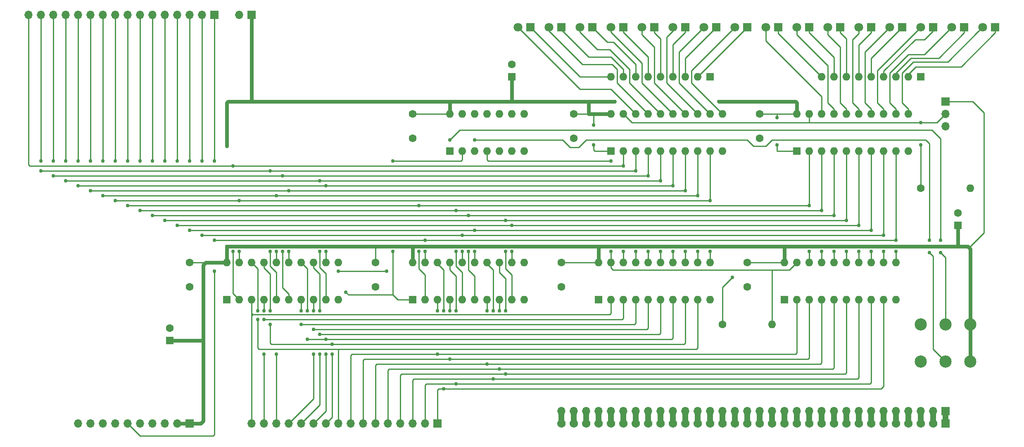
<source format=gtl>
G04 #@! TF.GenerationSoftware,KiCad,Pcbnew,(5.1.5)-3*
G04 #@! TF.CreationDate,2022-12-08T22:20:28-08:00*
G04 #@! TF.ProjectId,register16,72656769-7374-4657-9231-362e6b696361,rev?*
G04 #@! TF.SameCoordinates,Original*
G04 #@! TF.FileFunction,Copper,L1,Top*
G04 #@! TF.FilePolarity,Positive*
%FSLAX46Y46*%
G04 Gerber Fmt 4.6, Leading zero omitted, Abs format (unit mm)*
G04 Created by KiCad (PCBNEW (5.1.5)-3) date 2022-12-08 22:20:28*
%MOMM*%
%LPD*%
G04 APERTURE LIST*
%ADD10O,1.600000X1.600000*%
%ADD11C,1.600000*%
%ADD12O,1.700000X1.700000*%
%ADD13R,1.700000X1.700000*%
%ADD14C,0.100000*%
%ADD15C,1.800000*%
%ADD16R,1.800000X1.800000*%
%ADD17R,1.600000X1.600000*%
%ADD18C,2.499360*%
%ADD19C,0.762000*%
%ADD20C,0.762000*%
%ADD21C,0.254000*%
G04 APERTURE END LIST*
D10*
X205740000Y-119380000D03*
D11*
X195580000Y-119380000D03*
D12*
X241300000Y-78740000D03*
X241300000Y-76200000D03*
D13*
X241300000Y-73660000D03*
D10*
X246380000Y-91440000D03*
D11*
X236220000Y-91440000D03*
D12*
X96520000Y-55880000D03*
D13*
X99060000Y-55880000D03*
X137160000Y-139700000D03*
D12*
X134620000Y-139700000D03*
X132080000Y-139700000D03*
X129540000Y-139700000D03*
X127000000Y-139700000D03*
X124460000Y-139700000D03*
X121920000Y-139700000D03*
X119380000Y-139700000D03*
X116840000Y-139700000D03*
X114300000Y-139700000D03*
X111760000Y-139700000D03*
X109220000Y-139700000D03*
X106680000Y-139700000D03*
X104140000Y-139700000D03*
X101600000Y-139700000D03*
X99060000Y-139700000D03*
D13*
X86360000Y-139700000D03*
D12*
X83820000Y-139700000D03*
X81280000Y-139700000D03*
X78740000Y-139700000D03*
X76200000Y-139700000D03*
X73660000Y-139700000D03*
X71120000Y-139700000D03*
X68580000Y-139700000D03*
X66040000Y-139700000D03*
X63500000Y-139700000D03*
D13*
X241300000Y-137160000D03*
G04 #@! TA.AperFunction,ComponentPad*
D14*
G36*
X240450000Y-140550000D02*
G01*
X240450000Y-138850000D01*
X240742000Y-138850000D01*
X240742000Y-137922000D01*
X240742961Y-137912245D01*
X240745806Y-137902866D01*
X240750427Y-137894221D01*
X240756645Y-137886645D01*
X240764221Y-137880427D01*
X240772866Y-137875806D01*
X240782245Y-137872961D01*
X240792000Y-137872000D01*
X241808000Y-137872000D01*
X241817755Y-137872961D01*
X241827134Y-137875806D01*
X241835779Y-137880427D01*
X241843355Y-137886645D01*
X241849573Y-137894221D01*
X241854194Y-137902866D01*
X241857039Y-137912245D01*
X241858000Y-137922000D01*
X241858000Y-138850000D01*
X242150000Y-138850000D01*
X242150000Y-140550000D01*
X240450000Y-140550000D01*
G37*
G04 #@! TD.AperFunction*
D12*
X233680000Y-137160000D03*
X238760000Y-137160000D03*
X236220000Y-137160000D03*
X231140000Y-137160000D03*
X226060000Y-137160000D03*
X223520000Y-137160000D03*
X220980000Y-137160000D03*
X218440000Y-137160000D03*
X203200000Y-137160000D03*
X213360000Y-137160000D03*
X210820000Y-137160000D03*
X200660000Y-137160000D03*
X193040000Y-137160000D03*
X198120000Y-137160000D03*
X190500000Y-137160000D03*
X187960000Y-137160000D03*
X185420000Y-137160000D03*
X228600000Y-137160000D03*
X208280000Y-137160000D03*
X195580000Y-137160000D03*
X182880000Y-137160000D03*
X215900000Y-137160000D03*
X205740000Y-137160000D03*
X175260000Y-137160000D03*
X172720000Y-137160000D03*
X167640000Y-137160000D03*
X165100000Y-137160000D03*
X162560000Y-137160000D03*
X177800000Y-137160000D03*
X170180000Y-137160000D03*
X180340000Y-137160000D03*
G04 #@! TA.AperFunction,ComponentPad*
D14*
G36*
X239600800Y-139824721D02*
G01*
X239584527Y-139906533D01*
X239560312Y-139986356D01*
X239528391Y-140063422D01*
X239489069Y-140136987D01*
X239442726Y-140206344D01*
X239389808Y-140270825D01*
X239330825Y-140329808D01*
X239266344Y-140382726D01*
X239196987Y-140429069D01*
X239123422Y-140468391D01*
X239046356Y-140500312D01*
X238966533Y-140524527D01*
X238884721Y-140540800D01*
X238801708Y-140548976D01*
X238718292Y-140548976D01*
X238635279Y-140540800D01*
X238553467Y-140524527D01*
X238473644Y-140500312D01*
X238396578Y-140468391D01*
X238323013Y-140429069D01*
X238253656Y-140382726D01*
X238189175Y-140329808D01*
X238130192Y-140270825D01*
X238077274Y-140206344D01*
X238030931Y-140136987D01*
X237991609Y-140063422D01*
X237959688Y-139986356D01*
X237935473Y-139906533D01*
X237919200Y-139824721D01*
X237911024Y-139741708D01*
X237911024Y-139658292D01*
X237919200Y-139575279D01*
X237935473Y-139493467D01*
X237959688Y-139413644D01*
X237991609Y-139336578D01*
X238030931Y-139263013D01*
X238077274Y-139193656D01*
X238130192Y-139129175D01*
X238189175Y-139070192D01*
X238202000Y-139059667D01*
X238202000Y-137668000D01*
X238202961Y-137658245D01*
X238205806Y-137648866D01*
X238210427Y-137640221D01*
X238216645Y-137632645D01*
X238224221Y-137626427D01*
X238232866Y-137621806D01*
X238242245Y-137618961D01*
X238252000Y-137618000D01*
X239268000Y-137618000D01*
X239277755Y-137618961D01*
X239287134Y-137621806D01*
X239295779Y-137626427D01*
X239303355Y-137632645D01*
X239309573Y-137640221D01*
X239314194Y-137648866D01*
X239317039Y-137658245D01*
X239318000Y-137668000D01*
X239318000Y-139059667D01*
X239330825Y-139070192D01*
X239389808Y-139129175D01*
X239442726Y-139193656D01*
X239489069Y-139263013D01*
X239528391Y-139336578D01*
X239560312Y-139413644D01*
X239584527Y-139493467D01*
X239600800Y-139575279D01*
X239608976Y-139658292D01*
X239608976Y-139741708D01*
X239600800Y-139824721D01*
G37*
G04 #@! TD.AperFunction*
G04 #@! TA.AperFunction,ComponentPad*
G36*
X163400800Y-139824721D02*
G01*
X163384527Y-139906533D01*
X163360312Y-139986356D01*
X163328391Y-140063422D01*
X163289069Y-140136987D01*
X163242726Y-140206344D01*
X163189808Y-140270825D01*
X163130825Y-140329808D01*
X163066344Y-140382726D01*
X162996987Y-140429069D01*
X162923422Y-140468391D01*
X162846356Y-140500312D01*
X162766533Y-140524527D01*
X162684721Y-140540800D01*
X162601708Y-140548976D01*
X162518292Y-140548976D01*
X162435279Y-140540800D01*
X162353467Y-140524527D01*
X162273644Y-140500312D01*
X162196578Y-140468391D01*
X162123013Y-140429069D01*
X162053656Y-140382726D01*
X161989175Y-140329808D01*
X161930192Y-140270825D01*
X161877274Y-140206344D01*
X161830931Y-140136987D01*
X161791609Y-140063422D01*
X161759688Y-139986356D01*
X161735473Y-139906533D01*
X161719200Y-139824721D01*
X161711024Y-139741708D01*
X161711024Y-139658292D01*
X161719200Y-139575279D01*
X161735473Y-139493467D01*
X161759688Y-139413644D01*
X161791609Y-139336578D01*
X161830931Y-139263013D01*
X161877274Y-139193656D01*
X161930192Y-139129175D01*
X161989175Y-139070192D01*
X162002000Y-139059667D01*
X162002000Y-137668000D01*
X162002961Y-137658245D01*
X162005806Y-137648866D01*
X162010427Y-137640221D01*
X162016645Y-137632645D01*
X162024221Y-137626427D01*
X162032866Y-137621806D01*
X162042245Y-137618961D01*
X162052000Y-137618000D01*
X163068000Y-137618000D01*
X163077755Y-137618961D01*
X163087134Y-137621806D01*
X163095779Y-137626427D01*
X163103355Y-137632645D01*
X163109573Y-137640221D01*
X163114194Y-137648866D01*
X163117039Y-137658245D01*
X163118000Y-137668000D01*
X163118000Y-139059667D01*
X163130825Y-139070192D01*
X163189808Y-139129175D01*
X163242726Y-139193656D01*
X163289069Y-139263013D01*
X163328391Y-139336578D01*
X163360312Y-139413644D01*
X163384527Y-139493467D01*
X163400800Y-139575279D01*
X163408976Y-139658292D01*
X163408976Y-139741708D01*
X163400800Y-139824721D01*
G37*
G04 #@! TD.AperFunction*
G04 #@! TA.AperFunction,ComponentPad*
G36*
X165940800Y-139824721D02*
G01*
X165924527Y-139906533D01*
X165900312Y-139986356D01*
X165868391Y-140063422D01*
X165829069Y-140136987D01*
X165782726Y-140206344D01*
X165729808Y-140270825D01*
X165670825Y-140329808D01*
X165606344Y-140382726D01*
X165536987Y-140429069D01*
X165463422Y-140468391D01*
X165386356Y-140500312D01*
X165306533Y-140524527D01*
X165224721Y-140540800D01*
X165141708Y-140548976D01*
X165058292Y-140548976D01*
X164975279Y-140540800D01*
X164893467Y-140524527D01*
X164813644Y-140500312D01*
X164736578Y-140468391D01*
X164663013Y-140429069D01*
X164593656Y-140382726D01*
X164529175Y-140329808D01*
X164470192Y-140270825D01*
X164417274Y-140206344D01*
X164370931Y-140136987D01*
X164331609Y-140063422D01*
X164299688Y-139986356D01*
X164275473Y-139906533D01*
X164259200Y-139824721D01*
X164251024Y-139741708D01*
X164251024Y-139658292D01*
X164259200Y-139575279D01*
X164275473Y-139493467D01*
X164299688Y-139413644D01*
X164331609Y-139336578D01*
X164370931Y-139263013D01*
X164417274Y-139193656D01*
X164470192Y-139129175D01*
X164529175Y-139070192D01*
X164542000Y-139059667D01*
X164542000Y-137668000D01*
X164542961Y-137658245D01*
X164545806Y-137648866D01*
X164550427Y-137640221D01*
X164556645Y-137632645D01*
X164564221Y-137626427D01*
X164572866Y-137621806D01*
X164582245Y-137618961D01*
X164592000Y-137618000D01*
X165608000Y-137618000D01*
X165617755Y-137618961D01*
X165627134Y-137621806D01*
X165635779Y-137626427D01*
X165643355Y-137632645D01*
X165649573Y-137640221D01*
X165654194Y-137648866D01*
X165657039Y-137658245D01*
X165658000Y-137668000D01*
X165658000Y-139059667D01*
X165670825Y-139070192D01*
X165729808Y-139129175D01*
X165782726Y-139193656D01*
X165829069Y-139263013D01*
X165868391Y-139336578D01*
X165900312Y-139413644D01*
X165924527Y-139493467D01*
X165940800Y-139575279D01*
X165948976Y-139658292D01*
X165948976Y-139741708D01*
X165940800Y-139824721D01*
G37*
G04 #@! TD.AperFunction*
G04 #@! TA.AperFunction,ComponentPad*
G36*
X168480800Y-139824721D02*
G01*
X168464527Y-139906533D01*
X168440312Y-139986356D01*
X168408391Y-140063422D01*
X168369069Y-140136987D01*
X168322726Y-140206344D01*
X168269808Y-140270825D01*
X168210825Y-140329808D01*
X168146344Y-140382726D01*
X168076987Y-140429069D01*
X168003422Y-140468391D01*
X167926356Y-140500312D01*
X167846533Y-140524527D01*
X167764721Y-140540800D01*
X167681708Y-140548976D01*
X167598292Y-140548976D01*
X167515279Y-140540800D01*
X167433467Y-140524527D01*
X167353644Y-140500312D01*
X167276578Y-140468391D01*
X167203013Y-140429069D01*
X167133656Y-140382726D01*
X167069175Y-140329808D01*
X167010192Y-140270825D01*
X166957274Y-140206344D01*
X166910931Y-140136987D01*
X166871609Y-140063422D01*
X166839688Y-139986356D01*
X166815473Y-139906533D01*
X166799200Y-139824721D01*
X166791024Y-139741708D01*
X166791024Y-139658292D01*
X166799200Y-139575279D01*
X166815473Y-139493467D01*
X166839688Y-139413644D01*
X166871609Y-139336578D01*
X166910931Y-139263013D01*
X166957274Y-139193656D01*
X167010192Y-139129175D01*
X167069175Y-139070192D01*
X167082000Y-139059667D01*
X167082000Y-137668000D01*
X167082961Y-137658245D01*
X167085806Y-137648866D01*
X167090427Y-137640221D01*
X167096645Y-137632645D01*
X167104221Y-137626427D01*
X167112866Y-137621806D01*
X167122245Y-137618961D01*
X167132000Y-137618000D01*
X168148000Y-137618000D01*
X168157755Y-137618961D01*
X168167134Y-137621806D01*
X168175779Y-137626427D01*
X168183355Y-137632645D01*
X168189573Y-137640221D01*
X168194194Y-137648866D01*
X168197039Y-137658245D01*
X168198000Y-137668000D01*
X168198000Y-139059667D01*
X168210825Y-139070192D01*
X168269808Y-139129175D01*
X168322726Y-139193656D01*
X168369069Y-139263013D01*
X168408391Y-139336578D01*
X168440312Y-139413644D01*
X168464527Y-139493467D01*
X168480800Y-139575279D01*
X168488976Y-139658292D01*
X168488976Y-139741708D01*
X168480800Y-139824721D01*
G37*
G04 #@! TD.AperFunction*
G04 #@! TA.AperFunction,ComponentPad*
G36*
X171020800Y-139824721D02*
G01*
X171004527Y-139906533D01*
X170980312Y-139986356D01*
X170948391Y-140063422D01*
X170909069Y-140136987D01*
X170862726Y-140206344D01*
X170809808Y-140270825D01*
X170750825Y-140329808D01*
X170686344Y-140382726D01*
X170616987Y-140429069D01*
X170543422Y-140468391D01*
X170466356Y-140500312D01*
X170386533Y-140524527D01*
X170304721Y-140540800D01*
X170221708Y-140548976D01*
X170138292Y-140548976D01*
X170055279Y-140540800D01*
X169973467Y-140524527D01*
X169893644Y-140500312D01*
X169816578Y-140468391D01*
X169743013Y-140429069D01*
X169673656Y-140382726D01*
X169609175Y-140329808D01*
X169550192Y-140270825D01*
X169497274Y-140206344D01*
X169450931Y-140136987D01*
X169411609Y-140063422D01*
X169379688Y-139986356D01*
X169355473Y-139906533D01*
X169339200Y-139824721D01*
X169331024Y-139741708D01*
X169331024Y-139658292D01*
X169339200Y-139575279D01*
X169355473Y-139493467D01*
X169379688Y-139413644D01*
X169411609Y-139336578D01*
X169450931Y-139263013D01*
X169497274Y-139193656D01*
X169550192Y-139129175D01*
X169609175Y-139070192D01*
X169622000Y-139059667D01*
X169622000Y-137668000D01*
X169622961Y-137658245D01*
X169625806Y-137648866D01*
X169630427Y-137640221D01*
X169636645Y-137632645D01*
X169644221Y-137626427D01*
X169652866Y-137621806D01*
X169662245Y-137618961D01*
X169672000Y-137618000D01*
X170688000Y-137618000D01*
X170697755Y-137618961D01*
X170707134Y-137621806D01*
X170715779Y-137626427D01*
X170723355Y-137632645D01*
X170729573Y-137640221D01*
X170734194Y-137648866D01*
X170737039Y-137658245D01*
X170738000Y-137668000D01*
X170738000Y-139059667D01*
X170750825Y-139070192D01*
X170809808Y-139129175D01*
X170862726Y-139193656D01*
X170909069Y-139263013D01*
X170948391Y-139336578D01*
X170980312Y-139413644D01*
X171004527Y-139493467D01*
X171020800Y-139575279D01*
X171028976Y-139658292D01*
X171028976Y-139741708D01*
X171020800Y-139824721D01*
G37*
G04 #@! TD.AperFunction*
G04 #@! TA.AperFunction,ComponentPad*
G36*
X173560800Y-139824721D02*
G01*
X173544527Y-139906533D01*
X173520312Y-139986356D01*
X173488391Y-140063422D01*
X173449069Y-140136987D01*
X173402726Y-140206344D01*
X173349808Y-140270825D01*
X173290825Y-140329808D01*
X173226344Y-140382726D01*
X173156987Y-140429069D01*
X173083422Y-140468391D01*
X173006356Y-140500312D01*
X172926533Y-140524527D01*
X172844721Y-140540800D01*
X172761708Y-140548976D01*
X172678292Y-140548976D01*
X172595279Y-140540800D01*
X172513467Y-140524527D01*
X172433644Y-140500312D01*
X172356578Y-140468391D01*
X172283013Y-140429069D01*
X172213656Y-140382726D01*
X172149175Y-140329808D01*
X172090192Y-140270825D01*
X172037274Y-140206344D01*
X171990931Y-140136987D01*
X171951609Y-140063422D01*
X171919688Y-139986356D01*
X171895473Y-139906533D01*
X171879200Y-139824721D01*
X171871024Y-139741708D01*
X171871024Y-139658292D01*
X171879200Y-139575279D01*
X171895473Y-139493467D01*
X171919688Y-139413644D01*
X171951609Y-139336578D01*
X171990931Y-139263013D01*
X172037274Y-139193656D01*
X172090192Y-139129175D01*
X172149175Y-139070192D01*
X172162000Y-139059667D01*
X172162000Y-137668000D01*
X172162961Y-137658245D01*
X172165806Y-137648866D01*
X172170427Y-137640221D01*
X172176645Y-137632645D01*
X172184221Y-137626427D01*
X172192866Y-137621806D01*
X172202245Y-137618961D01*
X172212000Y-137618000D01*
X173228000Y-137618000D01*
X173237755Y-137618961D01*
X173247134Y-137621806D01*
X173255779Y-137626427D01*
X173263355Y-137632645D01*
X173269573Y-137640221D01*
X173274194Y-137648866D01*
X173277039Y-137658245D01*
X173278000Y-137668000D01*
X173278000Y-139059667D01*
X173290825Y-139070192D01*
X173349808Y-139129175D01*
X173402726Y-139193656D01*
X173449069Y-139263013D01*
X173488391Y-139336578D01*
X173520312Y-139413644D01*
X173544527Y-139493467D01*
X173560800Y-139575279D01*
X173568976Y-139658292D01*
X173568976Y-139741708D01*
X173560800Y-139824721D01*
G37*
G04 #@! TD.AperFunction*
G04 #@! TA.AperFunction,ComponentPad*
G36*
X176100800Y-139824721D02*
G01*
X176084527Y-139906533D01*
X176060312Y-139986356D01*
X176028391Y-140063422D01*
X175989069Y-140136987D01*
X175942726Y-140206344D01*
X175889808Y-140270825D01*
X175830825Y-140329808D01*
X175766344Y-140382726D01*
X175696987Y-140429069D01*
X175623422Y-140468391D01*
X175546356Y-140500312D01*
X175466533Y-140524527D01*
X175384721Y-140540800D01*
X175301708Y-140548976D01*
X175218292Y-140548976D01*
X175135279Y-140540800D01*
X175053467Y-140524527D01*
X174973644Y-140500312D01*
X174896578Y-140468391D01*
X174823013Y-140429069D01*
X174753656Y-140382726D01*
X174689175Y-140329808D01*
X174630192Y-140270825D01*
X174577274Y-140206344D01*
X174530931Y-140136987D01*
X174491609Y-140063422D01*
X174459688Y-139986356D01*
X174435473Y-139906533D01*
X174419200Y-139824721D01*
X174411024Y-139741708D01*
X174411024Y-139658292D01*
X174419200Y-139575279D01*
X174435473Y-139493467D01*
X174459688Y-139413644D01*
X174491609Y-139336578D01*
X174530931Y-139263013D01*
X174577274Y-139193656D01*
X174630192Y-139129175D01*
X174689175Y-139070192D01*
X174702000Y-139059667D01*
X174702000Y-137668000D01*
X174702961Y-137658245D01*
X174705806Y-137648866D01*
X174710427Y-137640221D01*
X174716645Y-137632645D01*
X174724221Y-137626427D01*
X174732866Y-137621806D01*
X174742245Y-137618961D01*
X174752000Y-137618000D01*
X175768000Y-137618000D01*
X175777755Y-137618961D01*
X175787134Y-137621806D01*
X175795779Y-137626427D01*
X175803355Y-137632645D01*
X175809573Y-137640221D01*
X175814194Y-137648866D01*
X175817039Y-137658245D01*
X175818000Y-137668000D01*
X175818000Y-139059667D01*
X175830825Y-139070192D01*
X175889808Y-139129175D01*
X175942726Y-139193656D01*
X175989069Y-139263013D01*
X176028391Y-139336578D01*
X176060312Y-139413644D01*
X176084527Y-139493467D01*
X176100800Y-139575279D01*
X176108976Y-139658292D01*
X176108976Y-139741708D01*
X176100800Y-139824721D01*
G37*
G04 #@! TD.AperFunction*
G04 #@! TA.AperFunction,ComponentPad*
G36*
X178640800Y-139824721D02*
G01*
X178624527Y-139906533D01*
X178600312Y-139986356D01*
X178568391Y-140063422D01*
X178529069Y-140136987D01*
X178482726Y-140206344D01*
X178429808Y-140270825D01*
X178370825Y-140329808D01*
X178306344Y-140382726D01*
X178236987Y-140429069D01*
X178163422Y-140468391D01*
X178086356Y-140500312D01*
X178006533Y-140524527D01*
X177924721Y-140540800D01*
X177841708Y-140548976D01*
X177758292Y-140548976D01*
X177675279Y-140540800D01*
X177593467Y-140524527D01*
X177513644Y-140500312D01*
X177436578Y-140468391D01*
X177363013Y-140429069D01*
X177293656Y-140382726D01*
X177229175Y-140329808D01*
X177170192Y-140270825D01*
X177117274Y-140206344D01*
X177070931Y-140136987D01*
X177031609Y-140063422D01*
X176999688Y-139986356D01*
X176975473Y-139906533D01*
X176959200Y-139824721D01*
X176951024Y-139741708D01*
X176951024Y-139658292D01*
X176959200Y-139575279D01*
X176975473Y-139493467D01*
X176999688Y-139413644D01*
X177031609Y-139336578D01*
X177070931Y-139263013D01*
X177117274Y-139193656D01*
X177170192Y-139129175D01*
X177229175Y-139070192D01*
X177242000Y-139059667D01*
X177242000Y-137668000D01*
X177242961Y-137658245D01*
X177245806Y-137648866D01*
X177250427Y-137640221D01*
X177256645Y-137632645D01*
X177264221Y-137626427D01*
X177272866Y-137621806D01*
X177282245Y-137618961D01*
X177292000Y-137618000D01*
X178308000Y-137618000D01*
X178317755Y-137618961D01*
X178327134Y-137621806D01*
X178335779Y-137626427D01*
X178343355Y-137632645D01*
X178349573Y-137640221D01*
X178354194Y-137648866D01*
X178357039Y-137658245D01*
X178358000Y-137668000D01*
X178358000Y-139059667D01*
X178370825Y-139070192D01*
X178429808Y-139129175D01*
X178482726Y-139193656D01*
X178529069Y-139263013D01*
X178568391Y-139336578D01*
X178600312Y-139413644D01*
X178624527Y-139493467D01*
X178640800Y-139575279D01*
X178648976Y-139658292D01*
X178648976Y-139741708D01*
X178640800Y-139824721D01*
G37*
G04 #@! TD.AperFunction*
G04 #@! TA.AperFunction,ComponentPad*
G36*
X181180800Y-139824721D02*
G01*
X181164527Y-139906533D01*
X181140312Y-139986356D01*
X181108391Y-140063422D01*
X181069069Y-140136987D01*
X181022726Y-140206344D01*
X180969808Y-140270825D01*
X180910825Y-140329808D01*
X180846344Y-140382726D01*
X180776987Y-140429069D01*
X180703422Y-140468391D01*
X180626356Y-140500312D01*
X180546533Y-140524527D01*
X180464721Y-140540800D01*
X180381708Y-140548976D01*
X180298292Y-140548976D01*
X180215279Y-140540800D01*
X180133467Y-140524527D01*
X180053644Y-140500312D01*
X179976578Y-140468391D01*
X179903013Y-140429069D01*
X179833656Y-140382726D01*
X179769175Y-140329808D01*
X179710192Y-140270825D01*
X179657274Y-140206344D01*
X179610931Y-140136987D01*
X179571609Y-140063422D01*
X179539688Y-139986356D01*
X179515473Y-139906533D01*
X179499200Y-139824721D01*
X179491024Y-139741708D01*
X179491024Y-139658292D01*
X179499200Y-139575279D01*
X179515473Y-139493467D01*
X179539688Y-139413644D01*
X179571609Y-139336578D01*
X179610931Y-139263013D01*
X179657274Y-139193656D01*
X179710192Y-139129175D01*
X179769175Y-139070192D01*
X179782000Y-139059667D01*
X179782000Y-137668000D01*
X179782961Y-137658245D01*
X179785806Y-137648866D01*
X179790427Y-137640221D01*
X179796645Y-137632645D01*
X179804221Y-137626427D01*
X179812866Y-137621806D01*
X179822245Y-137618961D01*
X179832000Y-137618000D01*
X180848000Y-137618000D01*
X180857755Y-137618961D01*
X180867134Y-137621806D01*
X180875779Y-137626427D01*
X180883355Y-137632645D01*
X180889573Y-137640221D01*
X180894194Y-137648866D01*
X180897039Y-137658245D01*
X180898000Y-137668000D01*
X180898000Y-139059667D01*
X180910825Y-139070192D01*
X180969808Y-139129175D01*
X181022726Y-139193656D01*
X181069069Y-139263013D01*
X181108391Y-139336578D01*
X181140312Y-139413644D01*
X181164527Y-139493467D01*
X181180800Y-139575279D01*
X181188976Y-139658292D01*
X181188976Y-139741708D01*
X181180800Y-139824721D01*
G37*
G04 #@! TD.AperFunction*
G04 #@! TA.AperFunction,ComponentPad*
G36*
X183720800Y-139824721D02*
G01*
X183704527Y-139906533D01*
X183680312Y-139986356D01*
X183648391Y-140063422D01*
X183609069Y-140136987D01*
X183562726Y-140206344D01*
X183509808Y-140270825D01*
X183450825Y-140329808D01*
X183386344Y-140382726D01*
X183316987Y-140429069D01*
X183243422Y-140468391D01*
X183166356Y-140500312D01*
X183086533Y-140524527D01*
X183004721Y-140540800D01*
X182921708Y-140548976D01*
X182838292Y-140548976D01*
X182755279Y-140540800D01*
X182673467Y-140524527D01*
X182593644Y-140500312D01*
X182516578Y-140468391D01*
X182443013Y-140429069D01*
X182373656Y-140382726D01*
X182309175Y-140329808D01*
X182250192Y-140270825D01*
X182197274Y-140206344D01*
X182150931Y-140136987D01*
X182111609Y-140063422D01*
X182079688Y-139986356D01*
X182055473Y-139906533D01*
X182039200Y-139824721D01*
X182031024Y-139741708D01*
X182031024Y-139658292D01*
X182039200Y-139575279D01*
X182055473Y-139493467D01*
X182079688Y-139413644D01*
X182111609Y-139336578D01*
X182150931Y-139263013D01*
X182197274Y-139193656D01*
X182250192Y-139129175D01*
X182309175Y-139070192D01*
X182322000Y-139059667D01*
X182322000Y-137668000D01*
X182322961Y-137658245D01*
X182325806Y-137648866D01*
X182330427Y-137640221D01*
X182336645Y-137632645D01*
X182344221Y-137626427D01*
X182352866Y-137621806D01*
X182362245Y-137618961D01*
X182372000Y-137618000D01*
X183388000Y-137618000D01*
X183397755Y-137618961D01*
X183407134Y-137621806D01*
X183415779Y-137626427D01*
X183423355Y-137632645D01*
X183429573Y-137640221D01*
X183434194Y-137648866D01*
X183437039Y-137658245D01*
X183438000Y-137668000D01*
X183438000Y-139059667D01*
X183450825Y-139070192D01*
X183509808Y-139129175D01*
X183562726Y-139193656D01*
X183609069Y-139263013D01*
X183648391Y-139336578D01*
X183680312Y-139413644D01*
X183704527Y-139493467D01*
X183720800Y-139575279D01*
X183728976Y-139658292D01*
X183728976Y-139741708D01*
X183720800Y-139824721D01*
G37*
G04 #@! TD.AperFunction*
G04 #@! TA.AperFunction,ComponentPad*
G36*
X186260800Y-139824721D02*
G01*
X186244527Y-139906533D01*
X186220312Y-139986356D01*
X186188391Y-140063422D01*
X186149069Y-140136987D01*
X186102726Y-140206344D01*
X186049808Y-140270825D01*
X185990825Y-140329808D01*
X185926344Y-140382726D01*
X185856987Y-140429069D01*
X185783422Y-140468391D01*
X185706356Y-140500312D01*
X185626533Y-140524527D01*
X185544721Y-140540800D01*
X185461708Y-140548976D01*
X185378292Y-140548976D01*
X185295279Y-140540800D01*
X185213467Y-140524527D01*
X185133644Y-140500312D01*
X185056578Y-140468391D01*
X184983013Y-140429069D01*
X184913656Y-140382726D01*
X184849175Y-140329808D01*
X184790192Y-140270825D01*
X184737274Y-140206344D01*
X184690931Y-140136987D01*
X184651609Y-140063422D01*
X184619688Y-139986356D01*
X184595473Y-139906533D01*
X184579200Y-139824721D01*
X184571024Y-139741708D01*
X184571024Y-139658292D01*
X184579200Y-139575279D01*
X184595473Y-139493467D01*
X184619688Y-139413644D01*
X184651609Y-139336578D01*
X184690931Y-139263013D01*
X184737274Y-139193656D01*
X184790192Y-139129175D01*
X184849175Y-139070192D01*
X184862000Y-139059667D01*
X184862000Y-137668000D01*
X184862961Y-137658245D01*
X184865806Y-137648866D01*
X184870427Y-137640221D01*
X184876645Y-137632645D01*
X184884221Y-137626427D01*
X184892866Y-137621806D01*
X184902245Y-137618961D01*
X184912000Y-137618000D01*
X185928000Y-137618000D01*
X185937755Y-137618961D01*
X185947134Y-137621806D01*
X185955779Y-137626427D01*
X185963355Y-137632645D01*
X185969573Y-137640221D01*
X185974194Y-137648866D01*
X185977039Y-137658245D01*
X185978000Y-137668000D01*
X185978000Y-139059667D01*
X185990825Y-139070192D01*
X186049808Y-139129175D01*
X186102726Y-139193656D01*
X186149069Y-139263013D01*
X186188391Y-139336578D01*
X186220312Y-139413644D01*
X186244527Y-139493467D01*
X186260800Y-139575279D01*
X186268976Y-139658292D01*
X186268976Y-139741708D01*
X186260800Y-139824721D01*
G37*
G04 #@! TD.AperFunction*
G04 #@! TA.AperFunction,ComponentPad*
G36*
X188800800Y-139824721D02*
G01*
X188784527Y-139906533D01*
X188760312Y-139986356D01*
X188728391Y-140063422D01*
X188689069Y-140136987D01*
X188642726Y-140206344D01*
X188589808Y-140270825D01*
X188530825Y-140329808D01*
X188466344Y-140382726D01*
X188396987Y-140429069D01*
X188323422Y-140468391D01*
X188246356Y-140500312D01*
X188166533Y-140524527D01*
X188084721Y-140540800D01*
X188001708Y-140548976D01*
X187918292Y-140548976D01*
X187835279Y-140540800D01*
X187753467Y-140524527D01*
X187673644Y-140500312D01*
X187596578Y-140468391D01*
X187523013Y-140429069D01*
X187453656Y-140382726D01*
X187389175Y-140329808D01*
X187330192Y-140270825D01*
X187277274Y-140206344D01*
X187230931Y-140136987D01*
X187191609Y-140063422D01*
X187159688Y-139986356D01*
X187135473Y-139906533D01*
X187119200Y-139824721D01*
X187111024Y-139741708D01*
X187111024Y-139658292D01*
X187119200Y-139575279D01*
X187135473Y-139493467D01*
X187159688Y-139413644D01*
X187191609Y-139336578D01*
X187230931Y-139263013D01*
X187277274Y-139193656D01*
X187330192Y-139129175D01*
X187389175Y-139070192D01*
X187402000Y-139059667D01*
X187402000Y-137668000D01*
X187402961Y-137658245D01*
X187405806Y-137648866D01*
X187410427Y-137640221D01*
X187416645Y-137632645D01*
X187424221Y-137626427D01*
X187432866Y-137621806D01*
X187442245Y-137618961D01*
X187452000Y-137618000D01*
X188468000Y-137618000D01*
X188477755Y-137618961D01*
X188487134Y-137621806D01*
X188495779Y-137626427D01*
X188503355Y-137632645D01*
X188509573Y-137640221D01*
X188514194Y-137648866D01*
X188517039Y-137658245D01*
X188518000Y-137668000D01*
X188518000Y-139059667D01*
X188530825Y-139070192D01*
X188589808Y-139129175D01*
X188642726Y-139193656D01*
X188689069Y-139263013D01*
X188728391Y-139336578D01*
X188760312Y-139413644D01*
X188784527Y-139493467D01*
X188800800Y-139575279D01*
X188808976Y-139658292D01*
X188808976Y-139741708D01*
X188800800Y-139824721D01*
G37*
G04 #@! TD.AperFunction*
G04 #@! TA.AperFunction,ComponentPad*
G36*
X191340800Y-139824721D02*
G01*
X191324527Y-139906533D01*
X191300312Y-139986356D01*
X191268391Y-140063422D01*
X191229069Y-140136987D01*
X191182726Y-140206344D01*
X191129808Y-140270825D01*
X191070825Y-140329808D01*
X191006344Y-140382726D01*
X190936987Y-140429069D01*
X190863422Y-140468391D01*
X190786356Y-140500312D01*
X190706533Y-140524527D01*
X190624721Y-140540800D01*
X190541708Y-140548976D01*
X190458292Y-140548976D01*
X190375279Y-140540800D01*
X190293467Y-140524527D01*
X190213644Y-140500312D01*
X190136578Y-140468391D01*
X190063013Y-140429069D01*
X189993656Y-140382726D01*
X189929175Y-140329808D01*
X189870192Y-140270825D01*
X189817274Y-140206344D01*
X189770931Y-140136987D01*
X189731609Y-140063422D01*
X189699688Y-139986356D01*
X189675473Y-139906533D01*
X189659200Y-139824721D01*
X189651024Y-139741708D01*
X189651024Y-139658292D01*
X189659200Y-139575279D01*
X189675473Y-139493467D01*
X189699688Y-139413644D01*
X189731609Y-139336578D01*
X189770931Y-139263013D01*
X189817274Y-139193656D01*
X189870192Y-139129175D01*
X189929175Y-139070192D01*
X189942000Y-139059667D01*
X189942000Y-137668000D01*
X189942961Y-137658245D01*
X189945806Y-137648866D01*
X189950427Y-137640221D01*
X189956645Y-137632645D01*
X189964221Y-137626427D01*
X189972866Y-137621806D01*
X189982245Y-137618961D01*
X189992000Y-137618000D01*
X191008000Y-137618000D01*
X191017755Y-137618961D01*
X191027134Y-137621806D01*
X191035779Y-137626427D01*
X191043355Y-137632645D01*
X191049573Y-137640221D01*
X191054194Y-137648866D01*
X191057039Y-137658245D01*
X191058000Y-137668000D01*
X191058000Y-139059667D01*
X191070825Y-139070192D01*
X191129808Y-139129175D01*
X191182726Y-139193656D01*
X191229069Y-139263013D01*
X191268391Y-139336578D01*
X191300312Y-139413644D01*
X191324527Y-139493467D01*
X191340800Y-139575279D01*
X191348976Y-139658292D01*
X191348976Y-139741708D01*
X191340800Y-139824721D01*
G37*
G04 #@! TD.AperFunction*
G04 #@! TA.AperFunction,ComponentPad*
G36*
X193880800Y-139824721D02*
G01*
X193864527Y-139906533D01*
X193840312Y-139986356D01*
X193808391Y-140063422D01*
X193769069Y-140136987D01*
X193722726Y-140206344D01*
X193669808Y-140270825D01*
X193610825Y-140329808D01*
X193546344Y-140382726D01*
X193476987Y-140429069D01*
X193403422Y-140468391D01*
X193326356Y-140500312D01*
X193246533Y-140524527D01*
X193164721Y-140540800D01*
X193081708Y-140548976D01*
X192998292Y-140548976D01*
X192915279Y-140540800D01*
X192833467Y-140524527D01*
X192753644Y-140500312D01*
X192676578Y-140468391D01*
X192603013Y-140429069D01*
X192533656Y-140382726D01*
X192469175Y-140329808D01*
X192410192Y-140270825D01*
X192357274Y-140206344D01*
X192310931Y-140136987D01*
X192271609Y-140063422D01*
X192239688Y-139986356D01*
X192215473Y-139906533D01*
X192199200Y-139824721D01*
X192191024Y-139741708D01*
X192191024Y-139658292D01*
X192199200Y-139575279D01*
X192215473Y-139493467D01*
X192239688Y-139413644D01*
X192271609Y-139336578D01*
X192310931Y-139263013D01*
X192357274Y-139193656D01*
X192410192Y-139129175D01*
X192469175Y-139070192D01*
X192482000Y-139059667D01*
X192482000Y-137668000D01*
X192482961Y-137658245D01*
X192485806Y-137648866D01*
X192490427Y-137640221D01*
X192496645Y-137632645D01*
X192504221Y-137626427D01*
X192512866Y-137621806D01*
X192522245Y-137618961D01*
X192532000Y-137618000D01*
X193548000Y-137618000D01*
X193557755Y-137618961D01*
X193567134Y-137621806D01*
X193575779Y-137626427D01*
X193583355Y-137632645D01*
X193589573Y-137640221D01*
X193594194Y-137648866D01*
X193597039Y-137658245D01*
X193598000Y-137668000D01*
X193598000Y-139059667D01*
X193610825Y-139070192D01*
X193669808Y-139129175D01*
X193722726Y-139193656D01*
X193769069Y-139263013D01*
X193808391Y-139336578D01*
X193840312Y-139413644D01*
X193864527Y-139493467D01*
X193880800Y-139575279D01*
X193888976Y-139658292D01*
X193888976Y-139741708D01*
X193880800Y-139824721D01*
G37*
G04 #@! TD.AperFunction*
G04 #@! TA.AperFunction,ComponentPad*
G36*
X196420800Y-139824721D02*
G01*
X196404527Y-139906533D01*
X196380312Y-139986356D01*
X196348391Y-140063422D01*
X196309069Y-140136987D01*
X196262726Y-140206344D01*
X196209808Y-140270825D01*
X196150825Y-140329808D01*
X196086344Y-140382726D01*
X196016987Y-140429069D01*
X195943422Y-140468391D01*
X195866356Y-140500312D01*
X195786533Y-140524527D01*
X195704721Y-140540800D01*
X195621708Y-140548976D01*
X195538292Y-140548976D01*
X195455279Y-140540800D01*
X195373467Y-140524527D01*
X195293644Y-140500312D01*
X195216578Y-140468391D01*
X195143013Y-140429069D01*
X195073656Y-140382726D01*
X195009175Y-140329808D01*
X194950192Y-140270825D01*
X194897274Y-140206344D01*
X194850931Y-140136987D01*
X194811609Y-140063422D01*
X194779688Y-139986356D01*
X194755473Y-139906533D01*
X194739200Y-139824721D01*
X194731024Y-139741708D01*
X194731024Y-139658292D01*
X194739200Y-139575279D01*
X194755473Y-139493467D01*
X194779688Y-139413644D01*
X194811609Y-139336578D01*
X194850931Y-139263013D01*
X194897274Y-139193656D01*
X194950192Y-139129175D01*
X195009175Y-139070192D01*
X195022000Y-139059667D01*
X195022000Y-137668000D01*
X195022961Y-137658245D01*
X195025806Y-137648866D01*
X195030427Y-137640221D01*
X195036645Y-137632645D01*
X195044221Y-137626427D01*
X195052866Y-137621806D01*
X195062245Y-137618961D01*
X195072000Y-137618000D01*
X196088000Y-137618000D01*
X196097755Y-137618961D01*
X196107134Y-137621806D01*
X196115779Y-137626427D01*
X196123355Y-137632645D01*
X196129573Y-137640221D01*
X196134194Y-137648866D01*
X196137039Y-137658245D01*
X196138000Y-137668000D01*
X196138000Y-139059667D01*
X196150825Y-139070192D01*
X196209808Y-139129175D01*
X196262726Y-139193656D01*
X196309069Y-139263013D01*
X196348391Y-139336578D01*
X196380312Y-139413644D01*
X196404527Y-139493467D01*
X196420800Y-139575279D01*
X196428976Y-139658292D01*
X196428976Y-139741708D01*
X196420800Y-139824721D01*
G37*
G04 #@! TD.AperFunction*
G04 #@! TA.AperFunction,ComponentPad*
G36*
X226900800Y-139824721D02*
G01*
X226884527Y-139906533D01*
X226860312Y-139986356D01*
X226828391Y-140063422D01*
X226789069Y-140136987D01*
X226742726Y-140206344D01*
X226689808Y-140270825D01*
X226630825Y-140329808D01*
X226566344Y-140382726D01*
X226496987Y-140429069D01*
X226423422Y-140468391D01*
X226346356Y-140500312D01*
X226266533Y-140524527D01*
X226184721Y-140540800D01*
X226101708Y-140548976D01*
X226018292Y-140548976D01*
X225935279Y-140540800D01*
X225853467Y-140524527D01*
X225773644Y-140500312D01*
X225696578Y-140468391D01*
X225623013Y-140429069D01*
X225553656Y-140382726D01*
X225489175Y-140329808D01*
X225430192Y-140270825D01*
X225377274Y-140206344D01*
X225330931Y-140136987D01*
X225291609Y-140063422D01*
X225259688Y-139986356D01*
X225235473Y-139906533D01*
X225219200Y-139824721D01*
X225211024Y-139741708D01*
X225211024Y-139658292D01*
X225219200Y-139575279D01*
X225235473Y-139493467D01*
X225259688Y-139413644D01*
X225291609Y-139336578D01*
X225330931Y-139263013D01*
X225377274Y-139193656D01*
X225430192Y-139129175D01*
X225489175Y-139070192D01*
X225502000Y-139059667D01*
X225502000Y-137668000D01*
X225502961Y-137658245D01*
X225505806Y-137648866D01*
X225510427Y-137640221D01*
X225516645Y-137632645D01*
X225524221Y-137626427D01*
X225532866Y-137621806D01*
X225542245Y-137618961D01*
X225552000Y-137618000D01*
X226568000Y-137618000D01*
X226577755Y-137618961D01*
X226587134Y-137621806D01*
X226595779Y-137626427D01*
X226603355Y-137632645D01*
X226609573Y-137640221D01*
X226614194Y-137648866D01*
X226617039Y-137658245D01*
X226618000Y-137668000D01*
X226618000Y-139059667D01*
X226630825Y-139070192D01*
X226689808Y-139129175D01*
X226742726Y-139193656D01*
X226789069Y-139263013D01*
X226828391Y-139336578D01*
X226860312Y-139413644D01*
X226884527Y-139493467D01*
X226900800Y-139575279D01*
X226908976Y-139658292D01*
X226908976Y-139741708D01*
X226900800Y-139824721D01*
G37*
G04 #@! TD.AperFunction*
G04 #@! TA.AperFunction,ComponentPad*
G36*
X224360800Y-139824721D02*
G01*
X224344527Y-139906533D01*
X224320312Y-139986356D01*
X224288391Y-140063422D01*
X224249069Y-140136987D01*
X224202726Y-140206344D01*
X224149808Y-140270825D01*
X224090825Y-140329808D01*
X224026344Y-140382726D01*
X223956987Y-140429069D01*
X223883422Y-140468391D01*
X223806356Y-140500312D01*
X223726533Y-140524527D01*
X223644721Y-140540800D01*
X223561708Y-140548976D01*
X223478292Y-140548976D01*
X223395279Y-140540800D01*
X223313467Y-140524527D01*
X223233644Y-140500312D01*
X223156578Y-140468391D01*
X223083013Y-140429069D01*
X223013656Y-140382726D01*
X222949175Y-140329808D01*
X222890192Y-140270825D01*
X222837274Y-140206344D01*
X222790931Y-140136987D01*
X222751609Y-140063422D01*
X222719688Y-139986356D01*
X222695473Y-139906533D01*
X222679200Y-139824721D01*
X222671024Y-139741708D01*
X222671024Y-139658292D01*
X222679200Y-139575279D01*
X222695473Y-139493467D01*
X222719688Y-139413644D01*
X222751609Y-139336578D01*
X222790931Y-139263013D01*
X222837274Y-139193656D01*
X222890192Y-139129175D01*
X222949175Y-139070192D01*
X222962000Y-139059667D01*
X222962000Y-137668000D01*
X222962961Y-137658245D01*
X222965806Y-137648866D01*
X222970427Y-137640221D01*
X222976645Y-137632645D01*
X222984221Y-137626427D01*
X222992866Y-137621806D01*
X223002245Y-137618961D01*
X223012000Y-137618000D01*
X224028000Y-137618000D01*
X224037755Y-137618961D01*
X224047134Y-137621806D01*
X224055779Y-137626427D01*
X224063355Y-137632645D01*
X224069573Y-137640221D01*
X224074194Y-137648866D01*
X224077039Y-137658245D01*
X224078000Y-137668000D01*
X224078000Y-139059667D01*
X224090825Y-139070192D01*
X224149808Y-139129175D01*
X224202726Y-139193656D01*
X224249069Y-139263013D01*
X224288391Y-139336578D01*
X224320312Y-139413644D01*
X224344527Y-139493467D01*
X224360800Y-139575279D01*
X224368976Y-139658292D01*
X224368976Y-139741708D01*
X224360800Y-139824721D01*
G37*
G04 #@! TD.AperFunction*
G04 #@! TA.AperFunction,ComponentPad*
G36*
X221820800Y-139824721D02*
G01*
X221804527Y-139906533D01*
X221780312Y-139986356D01*
X221748391Y-140063422D01*
X221709069Y-140136987D01*
X221662726Y-140206344D01*
X221609808Y-140270825D01*
X221550825Y-140329808D01*
X221486344Y-140382726D01*
X221416987Y-140429069D01*
X221343422Y-140468391D01*
X221266356Y-140500312D01*
X221186533Y-140524527D01*
X221104721Y-140540800D01*
X221021708Y-140548976D01*
X220938292Y-140548976D01*
X220855279Y-140540800D01*
X220773467Y-140524527D01*
X220693644Y-140500312D01*
X220616578Y-140468391D01*
X220543013Y-140429069D01*
X220473656Y-140382726D01*
X220409175Y-140329808D01*
X220350192Y-140270825D01*
X220297274Y-140206344D01*
X220250931Y-140136987D01*
X220211609Y-140063422D01*
X220179688Y-139986356D01*
X220155473Y-139906533D01*
X220139200Y-139824721D01*
X220131024Y-139741708D01*
X220131024Y-139658292D01*
X220139200Y-139575279D01*
X220155473Y-139493467D01*
X220179688Y-139413644D01*
X220211609Y-139336578D01*
X220250931Y-139263013D01*
X220297274Y-139193656D01*
X220350192Y-139129175D01*
X220409175Y-139070192D01*
X220422000Y-139059667D01*
X220422000Y-137668000D01*
X220422961Y-137658245D01*
X220425806Y-137648866D01*
X220430427Y-137640221D01*
X220436645Y-137632645D01*
X220444221Y-137626427D01*
X220452866Y-137621806D01*
X220462245Y-137618961D01*
X220472000Y-137618000D01*
X221488000Y-137618000D01*
X221497755Y-137618961D01*
X221507134Y-137621806D01*
X221515779Y-137626427D01*
X221523355Y-137632645D01*
X221529573Y-137640221D01*
X221534194Y-137648866D01*
X221537039Y-137658245D01*
X221538000Y-137668000D01*
X221538000Y-139059667D01*
X221550825Y-139070192D01*
X221609808Y-139129175D01*
X221662726Y-139193656D01*
X221709069Y-139263013D01*
X221748391Y-139336578D01*
X221780312Y-139413644D01*
X221804527Y-139493467D01*
X221820800Y-139575279D01*
X221828976Y-139658292D01*
X221828976Y-139741708D01*
X221820800Y-139824721D01*
G37*
G04 #@! TD.AperFunction*
G04 #@! TA.AperFunction,ComponentPad*
G36*
X219280800Y-139824721D02*
G01*
X219264527Y-139906533D01*
X219240312Y-139986356D01*
X219208391Y-140063422D01*
X219169069Y-140136987D01*
X219122726Y-140206344D01*
X219069808Y-140270825D01*
X219010825Y-140329808D01*
X218946344Y-140382726D01*
X218876987Y-140429069D01*
X218803422Y-140468391D01*
X218726356Y-140500312D01*
X218646533Y-140524527D01*
X218564721Y-140540800D01*
X218481708Y-140548976D01*
X218398292Y-140548976D01*
X218315279Y-140540800D01*
X218233467Y-140524527D01*
X218153644Y-140500312D01*
X218076578Y-140468391D01*
X218003013Y-140429069D01*
X217933656Y-140382726D01*
X217869175Y-140329808D01*
X217810192Y-140270825D01*
X217757274Y-140206344D01*
X217710931Y-140136987D01*
X217671609Y-140063422D01*
X217639688Y-139986356D01*
X217615473Y-139906533D01*
X217599200Y-139824721D01*
X217591024Y-139741708D01*
X217591024Y-139658292D01*
X217599200Y-139575279D01*
X217615473Y-139493467D01*
X217639688Y-139413644D01*
X217671609Y-139336578D01*
X217710931Y-139263013D01*
X217757274Y-139193656D01*
X217810192Y-139129175D01*
X217869175Y-139070192D01*
X217882000Y-139059667D01*
X217882000Y-137668000D01*
X217882961Y-137658245D01*
X217885806Y-137648866D01*
X217890427Y-137640221D01*
X217896645Y-137632645D01*
X217904221Y-137626427D01*
X217912866Y-137621806D01*
X217922245Y-137618961D01*
X217932000Y-137618000D01*
X218948000Y-137618000D01*
X218957755Y-137618961D01*
X218967134Y-137621806D01*
X218975779Y-137626427D01*
X218983355Y-137632645D01*
X218989573Y-137640221D01*
X218994194Y-137648866D01*
X218997039Y-137658245D01*
X218998000Y-137668000D01*
X218998000Y-139059667D01*
X219010825Y-139070192D01*
X219069808Y-139129175D01*
X219122726Y-139193656D01*
X219169069Y-139263013D01*
X219208391Y-139336578D01*
X219240312Y-139413644D01*
X219264527Y-139493467D01*
X219280800Y-139575279D01*
X219288976Y-139658292D01*
X219288976Y-139741708D01*
X219280800Y-139824721D01*
G37*
G04 #@! TD.AperFunction*
G04 #@! TA.AperFunction,ComponentPad*
G36*
X216740800Y-139824721D02*
G01*
X216724527Y-139906533D01*
X216700312Y-139986356D01*
X216668391Y-140063422D01*
X216629069Y-140136987D01*
X216582726Y-140206344D01*
X216529808Y-140270825D01*
X216470825Y-140329808D01*
X216406344Y-140382726D01*
X216336987Y-140429069D01*
X216263422Y-140468391D01*
X216186356Y-140500312D01*
X216106533Y-140524527D01*
X216024721Y-140540800D01*
X215941708Y-140548976D01*
X215858292Y-140548976D01*
X215775279Y-140540800D01*
X215693467Y-140524527D01*
X215613644Y-140500312D01*
X215536578Y-140468391D01*
X215463013Y-140429069D01*
X215393656Y-140382726D01*
X215329175Y-140329808D01*
X215270192Y-140270825D01*
X215217274Y-140206344D01*
X215170931Y-140136987D01*
X215131609Y-140063422D01*
X215099688Y-139986356D01*
X215075473Y-139906533D01*
X215059200Y-139824721D01*
X215051024Y-139741708D01*
X215051024Y-139658292D01*
X215059200Y-139575279D01*
X215075473Y-139493467D01*
X215099688Y-139413644D01*
X215131609Y-139336578D01*
X215170931Y-139263013D01*
X215217274Y-139193656D01*
X215270192Y-139129175D01*
X215329175Y-139070192D01*
X215342000Y-139059667D01*
X215342000Y-137668000D01*
X215342961Y-137658245D01*
X215345806Y-137648866D01*
X215350427Y-137640221D01*
X215356645Y-137632645D01*
X215364221Y-137626427D01*
X215372866Y-137621806D01*
X215382245Y-137618961D01*
X215392000Y-137618000D01*
X216408000Y-137618000D01*
X216417755Y-137618961D01*
X216427134Y-137621806D01*
X216435779Y-137626427D01*
X216443355Y-137632645D01*
X216449573Y-137640221D01*
X216454194Y-137648866D01*
X216457039Y-137658245D01*
X216458000Y-137668000D01*
X216458000Y-139059667D01*
X216470825Y-139070192D01*
X216529808Y-139129175D01*
X216582726Y-139193656D01*
X216629069Y-139263013D01*
X216668391Y-139336578D01*
X216700312Y-139413644D01*
X216724527Y-139493467D01*
X216740800Y-139575279D01*
X216748976Y-139658292D01*
X216748976Y-139741708D01*
X216740800Y-139824721D01*
G37*
G04 #@! TD.AperFunction*
G04 #@! TA.AperFunction,ComponentPad*
G36*
X214200800Y-139824721D02*
G01*
X214184527Y-139906533D01*
X214160312Y-139986356D01*
X214128391Y-140063422D01*
X214089069Y-140136987D01*
X214042726Y-140206344D01*
X213989808Y-140270825D01*
X213930825Y-140329808D01*
X213866344Y-140382726D01*
X213796987Y-140429069D01*
X213723422Y-140468391D01*
X213646356Y-140500312D01*
X213566533Y-140524527D01*
X213484721Y-140540800D01*
X213401708Y-140548976D01*
X213318292Y-140548976D01*
X213235279Y-140540800D01*
X213153467Y-140524527D01*
X213073644Y-140500312D01*
X212996578Y-140468391D01*
X212923013Y-140429069D01*
X212853656Y-140382726D01*
X212789175Y-140329808D01*
X212730192Y-140270825D01*
X212677274Y-140206344D01*
X212630931Y-140136987D01*
X212591609Y-140063422D01*
X212559688Y-139986356D01*
X212535473Y-139906533D01*
X212519200Y-139824721D01*
X212511024Y-139741708D01*
X212511024Y-139658292D01*
X212519200Y-139575279D01*
X212535473Y-139493467D01*
X212559688Y-139413644D01*
X212591609Y-139336578D01*
X212630931Y-139263013D01*
X212677274Y-139193656D01*
X212730192Y-139129175D01*
X212789175Y-139070192D01*
X212802000Y-139059667D01*
X212802000Y-137668000D01*
X212802961Y-137658245D01*
X212805806Y-137648866D01*
X212810427Y-137640221D01*
X212816645Y-137632645D01*
X212824221Y-137626427D01*
X212832866Y-137621806D01*
X212842245Y-137618961D01*
X212852000Y-137618000D01*
X213868000Y-137618000D01*
X213877755Y-137618961D01*
X213887134Y-137621806D01*
X213895779Y-137626427D01*
X213903355Y-137632645D01*
X213909573Y-137640221D01*
X213914194Y-137648866D01*
X213917039Y-137658245D01*
X213918000Y-137668000D01*
X213918000Y-139059667D01*
X213930825Y-139070192D01*
X213989808Y-139129175D01*
X214042726Y-139193656D01*
X214089069Y-139263013D01*
X214128391Y-139336578D01*
X214160312Y-139413644D01*
X214184527Y-139493467D01*
X214200800Y-139575279D01*
X214208976Y-139658292D01*
X214208976Y-139741708D01*
X214200800Y-139824721D01*
G37*
G04 #@! TD.AperFunction*
G04 #@! TA.AperFunction,ComponentPad*
G36*
X211660800Y-139824721D02*
G01*
X211644527Y-139906533D01*
X211620312Y-139986356D01*
X211588391Y-140063422D01*
X211549069Y-140136987D01*
X211502726Y-140206344D01*
X211449808Y-140270825D01*
X211390825Y-140329808D01*
X211326344Y-140382726D01*
X211256987Y-140429069D01*
X211183422Y-140468391D01*
X211106356Y-140500312D01*
X211026533Y-140524527D01*
X210944721Y-140540800D01*
X210861708Y-140548976D01*
X210778292Y-140548976D01*
X210695279Y-140540800D01*
X210613467Y-140524527D01*
X210533644Y-140500312D01*
X210456578Y-140468391D01*
X210383013Y-140429069D01*
X210313656Y-140382726D01*
X210249175Y-140329808D01*
X210190192Y-140270825D01*
X210137274Y-140206344D01*
X210090931Y-140136987D01*
X210051609Y-140063422D01*
X210019688Y-139986356D01*
X209995473Y-139906533D01*
X209979200Y-139824721D01*
X209971024Y-139741708D01*
X209971024Y-139658292D01*
X209979200Y-139575279D01*
X209995473Y-139493467D01*
X210019688Y-139413644D01*
X210051609Y-139336578D01*
X210090931Y-139263013D01*
X210137274Y-139193656D01*
X210190192Y-139129175D01*
X210249175Y-139070192D01*
X210262000Y-139059667D01*
X210262000Y-137668000D01*
X210262961Y-137658245D01*
X210265806Y-137648866D01*
X210270427Y-137640221D01*
X210276645Y-137632645D01*
X210284221Y-137626427D01*
X210292866Y-137621806D01*
X210302245Y-137618961D01*
X210312000Y-137618000D01*
X211328000Y-137618000D01*
X211337755Y-137618961D01*
X211347134Y-137621806D01*
X211355779Y-137626427D01*
X211363355Y-137632645D01*
X211369573Y-137640221D01*
X211374194Y-137648866D01*
X211377039Y-137658245D01*
X211378000Y-137668000D01*
X211378000Y-139059667D01*
X211390825Y-139070192D01*
X211449808Y-139129175D01*
X211502726Y-139193656D01*
X211549069Y-139263013D01*
X211588391Y-139336578D01*
X211620312Y-139413644D01*
X211644527Y-139493467D01*
X211660800Y-139575279D01*
X211668976Y-139658292D01*
X211668976Y-139741708D01*
X211660800Y-139824721D01*
G37*
G04 #@! TD.AperFunction*
G04 #@! TA.AperFunction,ComponentPad*
G36*
X209120800Y-139824721D02*
G01*
X209104527Y-139906533D01*
X209080312Y-139986356D01*
X209048391Y-140063422D01*
X209009069Y-140136987D01*
X208962726Y-140206344D01*
X208909808Y-140270825D01*
X208850825Y-140329808D01*
X208786344Y-140382726D01*
X208716987Y-140429069D01*
X208643422Y-140468391D01*
X208566356Y-140500312D01*
X208486533Y-140524527D01*
X208404721Y-140540800D01*
X208321708Y-140548976D01*
X208238292Y-140548976D01*
X208155279Y-140540800D01*
X208073467Y-140524527D01*
X207993644Y-140500312D01*
X207916578Y-140468391D01*
X207843013Y-140429069D01*
X207773656Y-140382726D01*
X207709175Y-140329808D01*
X207650192Y-140270825D01*
X207597274Y-140206344D01*
X207550931Y-140136987D01*
X207511609Y-140063422D01*
X207479688Y-139986356D01*
X207455473Y-139906533D01*
X207439200Y-139824721D01*
X207431024Y-139741708D01*
X207431024Y-139658292D01*
X207439200Y-139575279D01*
X207455473Y-139493467D01*
X207479688Y-139413644D01*
X207511609Y-139336578D01*
X207550931Y-139263013D01*
X207597274Y-139193656D01*
X207650192Y-139129175D01*
X207709175Y-139070192D01*
X207722000Y-139059667D01*
X207722000Y-137668000D01*
X207722961Y-137658245D01*
X207725806Y-137648866D01*
X207730427Y-137640221D01*
X207736645Y-137632645D01*
X207744221Y-137626427D01*
X207752866Y-137621806D01*
X207762245Y-137618961D01*
X207772000Y-137618000D01*
X208788000Y-137618000D01*
X208797755Y-137618961D01*
X208807134Y-137621806D01*
X208815779Y-137626427D01*
X208823355Y-137632645D01*
X208829573Y-137640221D01*
X208834194Y-137648866D01*
X208837039Y-137658245D01*
X208838000Y-137668000D01*
X208838000Y-139059667D01*
X208850825Y-139070192D01*
X208909808Y-139129175D01*
X208962726Y-139193656D01*
X209009069Y-139263013D01*
X209048391Y-139336578D01*
X209080312Y-139413644D01*
X209104527Y-139493467D01*
X209120800Y-139575279D01*
X209128976Y-139658292D01*
X209128976Y-139741708D01*
X209120800Y-139824721D01*
G37*
G04 #@! TD.AperFunction*
G04 #@! TA.AperFunction,ComponentPad*
G36*
X206580800Y-139824721D02*
G01*
X206564527Y-139906533D01*
X206540312Y-139986356D01*
X206508391Y-140063422D01*
X206469069Y-140136987D01*
X206422726Y-140206344D01*
X206369808Y-140270825D01*
X206310825Y-140329808D01*
X206246344Y-140382726D01*
X206176987Y-140429069D01*
X206103422Y-140468391D01*
X206026356Y-140500312D01*
X205946533Y-140524527D01*
X205864721Y-140540800D01*
X205781708Y-140548976D01*
X205698292Y-140548976D01*
X205615279Y-140540800D01*
X205533467Y-140524527D01*
X205453644Y-140500312D01*
X205376578Y-140468391D01*
X205303013Y-140429069D01*
X205233656Y-140382726D01*
X205169175Y-140329808D01*
X205110192Y-140270825D01*
X205057274Y-140206344D01*
X205010931Y-140136987D01*
X204971609Y-140063422D01*
X204939688Y-139986356D01*
X204915473Y-139906533D01*
X204899200Y-139824721D01*
X204891024Y-139741708D01*
X204891024Y-139658292D01*
X204899200Y-139575279D01*
X204915473Y-139493467D01*
X204939688Y-139413644D01*
X204971609Y-139336578D01*
X205010931Y-139263013D01*
X205057274Y-139193656D01*
X205110192Y-139129175D01*
X205169175Y-139070192D01*
X205182000Y-139059667D01*
X205182000Y-137668000D01*
X205182961Y-137658245D01*
X205185806Y-137648866D01*
X205190427Y-137640221D01*
X205196645Y-137632645D01*
X205204221Y-137626427D01*
X205212866Y-137621806D01*
X205222245Y-137618961D01*
X205232000Y-137618000D01*
X206248000Y-137618000D01*
X206257755Y-137618961D01*
X206267134Y-137621806D01*
X206275779Y-137626427D01*
X206283355Y-137632645D01*
X206289573Y-137640221D01*
X206294194Y-137648866D01*
X206297039Y-137658245D01*
X206298000Y-137668000D01*
X206298000Y-139059667D01*
X206310825Y-139070192D01*
X206369808Y-139129175D01*
X206422726Y-139193656D01*
X206469069Y-139263013D01*
X206508391Y-139336578D01*
X206540312Y-139413644D01*
X206564527Y-139493467D01*
X206580800Y-139575279D01*
X206588976Y-139658292D01*
X206588976Y-139741708D01*
X206580800Y-139824721D01*
G37*
G04 #@! TD.AperFunction*
G04 #@! TA.AperFunction,ComponentPad*
G36*
X204040800Y-139824721D02*
G01*
X204024527Y-139906533D01*
X204000312Y-139986356D01*
X203968391Y-140063422D01*
X203929069Y-140136987D01*
X203882726Y-140206344D01*
X203829808Y-140270825D01*
X203770825Y-140329808D01*
X203706344Y-140382726D01*
X203636987Y-140429069D01*
X203563422Y-140468391D01*
X203486356Y-140500312D01*
X203406533Y-140524527D01*
X203324721Y-140540800D01*
X203241708Y-140548976D01*
X203158292Y-140548976D01*
X203075279Y-140540800D01*
X202993467Y-140524527D01*
X202913644Y-140500312D01*
X202836578Y-140468391D01*
X202763013Y-140429069D01*
X202693656Y-140382726D01*
X202629175Y-140329808D01*
X202570192Y-140270825D01*
X202517274Y-140206344D01*
X202470931Y-140136987D01*
X202431609Y-140063422D01*
X202399688Y-139986356D01*
X202375473Y-139906533D01*
X202359200Y-139824721D01*
X202351024Y-139741708D01*
X202351024Y-139658292D01*
X202359200Y-139575279D01*
X202375473Y-139493467D01*
X202399688Y-139413644D01*
X202431609Y-139336578D01*
X202470931Y-139263013D01*
X202517274Y-139193656D01*
X202570192Y-139129175D01*
X202629175Y-139070192D01*
X202642000Y-139059667D01*
X202642000Y-137668000D01*
X202642961Y-137658245D01*
X202645806Y-137648866D01*
X202650427Y-137640221D01*
X202656645Y-137632645D01*
X202664221Y-137626427D01*
X202672866Y-137621806D01*
X202682245Y-137618961D01*
X202692000Y-137618000D01*
X203708000Y-137618000D01*
X203717755Y-137618961D01*
X203727134Y-137621806D01*
X203735779Y-137626427D01*
X203743355Y-137632645D01*
X203749573Y-137640221D01*
X203754194Y-137648866D01*
X203757039Y-137658245D01*
X203758000Y-137668000D01*
X203758000Y-139059667D01*
X203770825Y-139070192D01*
X203829808Y-139129175D01*
X203882726Y-139193656D01*
X203929069Y-139263013D01*
X203968391Y-139336578D01*
X204000312Y-139413644D01*
X204024527Y-139493467D01*
X204040800Y-139575279D01*
X204048976Y-139658292D01*
X204048976Y-139741708D01*
X204040800Y-139824721D01*
G37*
G04 #@! TD.AperFunction*
G04 #@! TA.AperFunction,ComponentPad*
G36*
X201500800Y-139824721D02*
G01*
X201484527Y-139906533D01*
X201460312Y-139986356D01*
X201428391Y-140063422D01*
X201389069Y-140136987D01*
X201342726Y-140206344D01*
X201289808Y-140270825D01*
X201230825Y-140329808D01*
X201166344Y-140382726D01*
X201096987Y-140429069D01*
X201023422Y-140468391D01*
X200946356Y-140500312D01*
X200866533Y-140524527D01*
X200784721Y-140540800D01*
X200701708Y-140548976D01*
X200618292Y-140548976D01*
X200535279Y-140540800D01*
X200453467Y-140524527D01*
X200373644Y-140500312D01*
X200296578Y-140468391D01*
X200223013Y-140429069D01*
X200153656Y-140382726D01*
X200089175Y-140329808D01*
X200030192Y-140270825D01*
X199977274Y-140206344D01*
X199930931Y-140136987D01*
X199891609Y-140063422D01*
X199859688Y-139986356D01*
X199835473Y-139906533D01*
X199819200Y-139824721D01*
X199811024Y-139741708D01*
X199811024Y-139658292D01*
X199819200Y-139575279D01*
X199835473Y-139493467D01*
X199859688Y-139413644D01*
X199891609Y-139336578D01*
X199930931Y-139263013D01*
X199977274Y-139193656D01*
X200030192Y-139129175D01*
X200089175Y-139070192D01*
X200102000Y-139059667D01*
X200102000Y-137668000D01*
X200102961Y-137658245D01*
X200105806Y-137648866D01*
X200110427Y-137640221D01*
X200116645Y-137632645D01*
X200124221Y-137626427D01*
X200132866Y-137621806D01*
X200142245Y-137618961D01*
X200152000Y-137618000D01*
X201168000Y-137618000D01*
X201177755Y-137618961D01*
X201187134Y-137621806D01*
X201195779Y-137626427D01*
X201203355Y-137632645D01*
X201209573Y-137640221D01*
X201214194Y-137648866D01*
X201217039Y-137658245D01*
X201218000Y-137668000D01*
X201218000Y-139059667D01*
X201230825Y-139070192D01*
X201289808Y-139129175D01*
X201342726Y-139193656D01*
X201389069Y-139263013D01*
X201428391Y-139336578D01*
X201460312Y-139413644D01*
X201484527Y-139493467D01*
X201500800Y-139575279D01*
X201508976Y-139658292D01*
X201508976Y-139741708D01*
X201500800Y-139824721D01*
G37*
G04 #@! TD.AperFunction*
G04 #@! TA.AperFunction,ComponentPad*
G36*
X198960800Y-139824721D02*
G01*
X198944527Y-139906533D01*
X198920312Y-139986356D01*
X198888391Y-140063422D01*
X198849069Y-140136987D01*
X198802726Y-140206344D01*
X198749808Y-140270825D01*
X198690825Y-140329808D01*
X198626344Y-140382726D01*
X198556987Y-140429069D01*
X198483422Y-140468391D01*
X198406356Y-140500312D01*
X198326533Y-140524527D01*
X198244721Y-140540800D01*
X198161708Y-140548976D01*
X198078292Y-140548976D01*
X197995279Y-140540800D01*
X197913467Y-140524527D01*
X197833644Y-140500312D01*
X197756578Y-140468391D01*
X197683013Y-140429069D01*
X197613656Y-140382726D01*
X197549175Y-140329808D01*
X197490192Y-140270825D01*
X197437274Y-140206344D01*
X197390931Y-140136987D01*
X197351609Y-140063422D01*
X197319688Y-139986356D01*
X197295473Y-139906533D01*
X197279200Y-139824721D01*
X197271024Y-139741708D01*
X197271024Y-139658292D01*
X197279200Y-139575279D01*
X197295473Y-139493467D01*
X197319688Y-139413644D01*
X197351609Y-139336578D01*
X197390931Y-139263013D01*
X197437274Y-139193656D01*
X197490192Y-139129175D01*
X197549175Y-139070192D01*
X197562000Y-139059667D01*
X197562000Y-137668000D01*
X197562961Y-137658245D01*
X197565806Y-137648866D01*
X197570427Y-137640221D01*
X197576645Y-137632645D01*
X197584221Y-137626427D01*
X197592866Y-137621806D01*
X197602245Y-137618961D01*
X197612000Y-137618000D01*
X198628000Y-137618000D01*
X198637755Y-137618961D01*
X198647134Y-137621806D01*
X198655779Y-137626427D01*
X198663355Y-137632645D01*
X198669573Y-137640221D01*
X198674194Y-137648866D01*
X198677039Y-137658245D01*
X198678000Y-137668000D01*
X198678000Y-139059667D01*
X198690825Y-139070192D01*
X198749808Y-139129175D01*
X198802726Y-139193656D01*
X198849069Y-139263013D01*
X198888391Y-139336578D01*
X198920312Y-139413644D01*
X198944527Y-139493467D01*
X198960800Y-139575279D01*
X198968976Y-139658292D01*
X198968976Y-139741708D01*
X198960800Y-139824721D01*
G37*
G04 #@! TD.AperFunction*
G04 #@! TA.AperFunction,ComponentPad*
G36*
X229440800Y-139824721D02*
G01*
X229424527Y-139906533D01*
X229400312Y-139986356D01*
X229368391Y-140063422D01*
X229329069Y-140136987D01*
X229282726Y-140206344D01*
X229229808Y-140270825D01*
X229170825Y-140329808D01*
X229106344Y-140382726D01*
X229036987Y-140429069D01*
X228963422Y-140468391D01*
X228886356Y-140500312D01*
X228806533Y-140524527D01*
X228724721Y-140540800D01*
X228641708Y-140548976D01*
X228558292Y-140548976D01*
X228475279Y-140540800D01*
X228393467Y-140524527D01*
X228313644Y-140500312D01*
X228236578Y-140468391D01*
X228163013Y-140429069D01*
X228093656Y-140382726D01*
X228029175Y-140329808D01*
X227970192Y-140270825D01*
X227917274Y-140206344D01*
X227870931Y-140136987D01*
X227831609Y-140063422D01*
X227799688Y-139986356D01*
X227775473Y-139906533D01*
X227759200Y-139824721D01*
X227751024Y-139741708D01*
X227751024Y-139658292D01*
X227759200Y-139575279D01*
X227775473Y-139493467D01*
X227799688Y-139413644D01*
X227831609Y-139336578D01*
X227870931Y-139263013D01*
X227917274Y-139193656D01*
X227970192Y-139129175D01*
X228029175Y-139070192D01*
X228042000Y-139059667D01*
X228042000Y-137668000D01*
X228042961Y-137658245D01*
X228045806Y-137648866D01*
X228050427Y-137640221D01*
X228056645Y-137632645D01*
X228064221Y-137626427D01*
X228072866Y-137621806D01*
X228082245Y-137618961D01*
X228092000Y-137618000D01*
X229108000Y-137618000D01*
X229117755Y-137618961D01*
X229127134Y-137621806D01*
X229135779Y-137626427D01*
X229143355Y-137632645D01*
X229149573Y-137640221D01*
X229154194Y-137648866D01*
X229157039Y-137658245D01*
X229158000Y-137668000D01*
X229158000Y-139059667D01*
X229170825Y-139070192D01*
X229229808Y-139129175D01*
X229282726Y-139193656D01*
X229329069Y-139263013D01*
X229368391Y-139336578D01*
X229400312Y-139413644D01*
X229424527Y-139493467D01*
X229440800Y-139575279D01*
X229448976Y-139658292D01*
X229448976Y-139741708D01*
X229440800Y-139824721D01*
G37*
G04 #@! TD.AperFunction*
G04 #@! TA.AperFunction,ComponentPad*
G36*
X231980800Y-139824721D02*
G01*
X231964527Y-139906533D01*
X231940312Y-139986356D01*
X231908391Y-140063422D01*
X231869069Y-140136987D01*
X231822726Y-140206344D01*
X231769808Y-140270825D01*
X231710825Y-140329808D01*
X231646344Y-140382726D01*
X231576987Y-140429069D01*
X231503422Y-140468391D01*
X231426356Y-140500312D01*
X231346533Y-140524527D01*
X231264721Y-140540800D01*
X231181708Y-140548976D01*
X231098292Y-140548976D01*
X231015279Y-140540800D01*
X230933467Y-140524527D01*
X230853644Y-140500312D01*
X230776578Y-140468391D01*
X230703013Y-140429069D01*
X230633656Y-140382726D01*
X230569175Y-140329808D01*
X230510192Y-140270825D01*
X230457274Y-140206344D01*
X230410931Y-140136987D01*
X230371609Y-140063422D01*
X230339688Y-139986356D01*
X230315473Y-139906533D01*
X230299200Y-139824721D01*
X230291024Y-139741708D01*
X230291024Y-139658292D01*
X230299200Y-139575279D01*
X230315473Y-139493467D01*
X230339688Y-139413644D01*
X230371609Y-139336578D01*
X230410931Y-139263013D01*
X230457274Y-139193656D01*
X230510192Y-139129175D01*
X230569175Y-139070192D01*
X230582000Y-139059667D01*
X230582000Y-137668000D01*
X230582961Y-137658245D01*
X230585806Y-137648866D01*
X230590427Y-137640221D01*
X230596645Y-137632645D01*
X230604221Y-137626427D01*
X230612866Y-137621806D01*
X230622245Y-137618961D01*
X230632000Y-137618000D01*
X231648000Y-137618000D01*
X231657755Y-137618961D01*
X231667134Y-137621806D01*
X231675779Y-137626427D01*
X231683355Y-137632645D01*
X231689573Y-137640221D01*
X231694194Y-137648866D01*
X231697039Y-137658245D01*
X231698000Y-137668000D01*
X231698000Y-139059667D01*
X231710825Y-139070192D01*
X231769808Y-139129175D01*
X231822726Y-139193656D01*
X231869069Y-139263013D01*
X231908391Y-139336578D01*
X231940312Y-139413644D01*
X231964527Y-139493467D01*
X231980800Y-139575279D01*
X231988976Y-139658292D01*
X231988976Y-139741708D01*
X231980800Y-139824721D01*
G37*
G04 #@! TD.AperFunction*
G04 #@! TA.AperFunction,ComponentPad*
G36*
X234520800Y-139824721D02*
G01*
X234504527Y-139906533D01*
X234480312Y-139986356D01*
X234448391Y-140063422D01*
X234409069Y-140136987D01*
X234362726Y-140206344D01*
X234309808Y-140270825D01*
X234250825Y-140329808D01*
X234186344Y-140382726D01*
X234116987Y-140429069D01*
X234043422Y-140468391D01*
X233966356Y-140500312D01*
X233886533Y-140524527D01*
X233804721Y-140540800D01*
X233721708Y-140548976D01*
X233638292Y-140548976D01*
X233555279Y-140540800D01*
X233473467Y-140524527D01*
X233393644Y-140500312D01*
X233316578Y-140468391D01*
X233243013Y-140429069D01*
X233173656Y-140382726D01*
X233109175Y-140329808D01*
X233050192Y-140270825D01*
X232997274Y-140206344D01*
X232950931Y-140136987D01*
X232911609Y-140063422D01*
X232879688Y-139986356D01*
X232855473Y-139906533D01*
X232839200Y-139824721D01*
X232831024Y-139741708D01*
X232831024Y-139658292D01*
X232839200Y-139575279D01*
X232855473Y-139493467D01*
X232879688Y-139413644D01*
X232911609Y-139336578D01*
X232950931Y-139263013D01*
X232997274Y-139193656D01*
X233050192Y-139129175D01*
X233109175Y-139070192D01*
X233122000Y-139059667D01*
X233122000Y-137668000D01*
X233122961Y-137658245D01*
X233125806Y-137648866D01*
X233130427Y-137640221D01*
X233136645Y-137632645D01*
X233144221Y-137626427D01*
X233152866Y-137621806D01*
X233162245Y-137618961D01*
X233172000Y-137618000D01*
X234188000Y-137618000D01*
X234197755Y-137618961D01*
X234207134Y-137621806D01*
X234215779Y-137626427D01*
X234223355Y-137632645D01*
X234229573Y-137640221D01*
X234234194Y-137648866D01*
X234237039Y-137658245D01*
X234238000Y-137668000D01*
X234238000Y-139059667D01*
X234250825Y-139070192D01*
X234309808Y-139129175D01*
X234362726Y-139193656D01*
X234409069Y-139263013D01*
X234448391Y-139336578D01*
X234480312Y-139413644D01*
X234504527Y-139493467D01*
X234520800Y-139575279D01*
X234528976Y-139658292D01*
X234528976Y-139741708D01*
X234520800Y-139824721D01*
G37*
G04 #@! TD.AperFunction*
G04 #@! TA.AperFunction,ComponentPad*
G36*
X237060800Y-139824721D02*
G01*
X237044527Y-139906533D01*
X237020312Y-139986356D01*
X236988391Y-140063422D01*
X236949069Y-140136987D01*
X236902726Y-140206344D01*
X236849808Y-140270825D01*
X236790825Y-140329808D01*
X236726344Y-140382726D01*
X236656987Y-140429069D01*
X236583422Y-140468391D01*
X236506356Y-140500312D01*
X236426533Y-140524527D01*
X236344721Y-140540800D01*
X236261708Y-140548976D01*
X236178292Y-140548976D01*
X236095279Y-140540800D01*
X236013467Y-140524527D01*
X235933644Y-140500312D01*
X235856578Y-140468391D01*
X235783013Y-140429069D01*
X235713656Y-140382726D01*
X235649175Y-140329808D01*
X235590192Y-140270825D01*
X235537274Y-140206344D01*
X235490931Y-140136987D01*
X235451609Y-140063422D01*
X235419688Y-139986356D01*
X235395473Y-139906533D01*
X235379200Y-139824721D01*
X235371024Y-139741708D01*
X235371024Y-139658292D01*
X235379200Y-139575279D01*
X235395473Y-139493467D01*
X235419688Y-139413644D01*
X235451609Y-139336578D01*
X235490931Y-139263013D01*
X235537274Y-139193656D01*
X235590192Y-139129175D01*
X235649175Y-139070192D01*
X235662000Y-139059667D01*
X235662000Y-137668000D01*
X235662961Y-137658245D01*
X235665806Y-137648866D01*
X235670427Y-137640221D01*
X235676645Y-137632645D01*
X235684221Y-137626427D01*
X235692866Y-137621806D01*
X235702245Y-137618961D01*
X235712000Y-137618000D01*
X236728000Y-137618000D01*
X236737755Y-137618961D01*
X236747134Y-137621806D01*
X236755779Y-137626427D01*
X236763355Y-137632645D01*
X236769573Y-137640221D01*
X236774194Y-137648866D01*
X236777039Y-137658245D01*
X236778000Y-137668000D01*
X236778000Y-139059667D01*
X236790825Y-139070192D01*
X236849808Y-139129175D01*
X236902726Y-139193656D01*
X236949069Y-139263013D01*
X236988391Y-139336578D01*
X237020312Y-139413644D01*
X237044527Y-139493467D01*
X237060800Y-139575279D01*
X237068976Y-139658292D01*
X237068976Y-139741708D01*
X237060800Y-139824721D01*
G37*
G04 #@! TD.AperFunction*
D15*
X153670000Y-58420000D03*
D16*
X156210000Y-58420000D03*
D15*
X160020000Y-58420000D03*
D16*
X162560000Y-58420000D03*
D15*
X166370000Y-58420000D03*
D16*
X168910000Y-58420000D03*
D15*
X172720000Y-58420000D03*
D16*
X175260000Y-58420000D03*
D15*
X179070000Y-58420000D03*
D16*
X181610000Y-58420000D03*
D15*
X185420000Y-58420000D03*
D16*
X187960000Y-58420000D03*
D15*
X191770000Y-58420000D03*
D16*
X194310000Y-58420000D03*
D15*
X198120000Y-58420000D03*
D16*
X200660000Y-58420000D03*
D15*
X204470000Y-58420000D03*
D16*
X207010000Y-58420000D03*
D15*
X210820000Y-58420000D03*
D16*
X213360000Y-58420000D03*
D15*
X217170000Y-58420000D03*
D16*
X219710000Y-58420000D03*
D15*
X223520000Y-58420000D03*
D16*
X226060000Y-58420000D03*
D15*
X229870000Y-58420000D03*
D16*
X232410000Y-58420000D03*
D15*
X236220000Y-58420000D03*
D16*
X238760000Y-58420000D03*
D15*
X242570000Y-58420000D03*
D16*
X245110000Y-58420000D03*
D15*
X248920000Y-58420000D03*
D16*
X251460000Y-58420000D03*
D11*
X243840000Y-96560000D03*
D17*
X243840000Y-99060000D03*
D11*
X152400000Y-66080000D03*
D17*
X152400000Y-68580000D03*
D11*
X82296000Y-120182000D03*
D17*
X82296000Y-122682000D03*
D10*
X210820000Y-76200000D03*
X233680000Y-83820000D03*
X213360000Y-76200000D03*
X231140000Y-83820000D03*
X215900000Y-76200000D03*
X228600000Y-83820000D03*
X218440000Y-76200000D03*
X226060000Y-83820000D03*
X220980000Y-76200000D03*
X223520000Y-83820000D03*
X223520000Y-76200000D03*
X220980000Y-83820000D03*
X226060000Y-76200000D03*
X218440000Y-83820000D03*
X228600000Y-76200000D03*
X215900000Y-83820000D03*
X231140000Y-76200000D03*
X213360000Y-83820000D03*
X233680000Y-76200000D03*
D17*
X210820000Y-83820000D03*
D10*
X172720000Y-76200000D03*
X195580000Y-83820000D03*
X175260000Y-76200000D03*
X193040000Y-83820000D03*
X177800000Y-76200000D03*
X190500000Y-83820000D03*
X180340000Y-76200000D03*
X187960000Y-83820000D03*
X182880000Y-76200000D03*
X185420000Y-83820000D03*
X185420000Y-76200000D03*
X182880000Y-83820000D03*
X187960000Y-76200000D03*
X180340000Y-83820000D03*
X190500000Y-76200000D03*
X177800000Y-83820000D03*
X193040000Y-76200000D03*
X175260000Y-83820000D03*
X195580000Y-76200000D03*
D17*
X172720000Y-83820000D03*
D10*
X208280000Y-106680000D03*
X231140000Y-114300000D03*
X210820000Y-106680000D03*
X228600000Y-114300000D03*
X213360000Y-106680000D03*
X226060000Y-114300000D03*
X215900000Y-106680000D03*
X223520000Y-114300000D03*
X218440000Y-106680000D03*
X220980000Y-114300000D03*
X220980000Y-106680000D03*
X218440000Y-114300000D03*
X223520000Y-106680000D03*
X215900000Y-114300000D03*
X226060000Y-106680000D03*
X213360000Y-114300000D03*
X228600000Y-106680000D03*
X210820000Y-114300000D03*
X231140000Y-106680000D03*
D17*
X208280000Y-114300000D03*
D10*
X170180000Y-106680000D03*
X193040000Y-114300000D03*
X172720000Y-106680000D03*
X190500000Y-114300000D03*
X175260000Y-106680000D03*
X187960000Y-114300000D03*
X177800000Y-106680000D03*
X185420000Y-114300000D03*
X180340000Y-106680000D03*
X182880000Y-114300000D03*
X182880000Y-106680000D03*
X180340000Y-114300000D03*
X185420000Y-106680000D03*
X177800000Y-114300000D03*
X187960000Y-106680000D03*
X175260000Y-114300000D03*
X190500000Y-106680000D03*
X172720000Y-114300000D03*
X193040000Y-106680000D03*
D17*
X170180000Y-114300000D03*
D10*
X132080000Y-106680000D03*
X154940000Y-114300000D03*
X134620000Y-106680000D03*
X152400000Y-114300000D03*
X137160000Y-106680000D03*
X149860000Y-114300000D03*
X139700000Y-106680000D03*
X147320000Y-114300000D03*
X142240000Y-106680000D03*
X144780000Y-114300000D03*
X144780000Y-106680000D03*
X142240000Y-114300000D03*
X147320000Y-106680000D03*
X139700000Y-114300000D03*
X149860000Y-106680000D03*
X137160000Y-114300000D03*
X152400000Y-106680000D03*
X134620000Y-114300000D03*
X154940000Y-106680000D03*
D17*
X132080000Y-114300000D03*
D10*
X93980000Y-106680000D03*
X116840000Y-114300000D03*
X96520000Y-106680000D03*
X114300000Y-114300000D03*
X99060000Y-106680000D03*
X111760000Y-114300000D03*
X101600000Y-106680000D03*
X109220000Y-114300000D03*
X104140000Y-106680000D03*
X106680000Y-114300000D03*
X106680000Y-106680000D03*
X104140000Y-114300000D03*
X109220000Y-106680000D03*
X101600000Y-114300000D03*
X111760000Y-106680000D03*
X99060000Y-114300000D03*
X114300000Y-106680000D03*
X96520000Y-114300000D03*
X116840000Y-106680000D03*
D17*
X93980000Y-114300000D03*
D10*
X139700000Y-76200000D03*
X154940000Y-83820000D03*
X142240000Y-76200000D03*
X152400000Y-83820000D03*
X144780000Y-76200000D03*
X149860000Y-83820000D03*
X147320000Y-76200000D03*
X147320000Y-83820000D03*
X149860000Y-76200000D03*
X144780000Y-83820000D03*
X152400000Y-76200000D03*
X142240000Y-83820000D03*
X154940000Y-76200000D03*
D17*
X139700000Y-83820000D03*
D10*
X172720000Y-68580000D03*
X175260000Y-68580000D03*
X177800000Y-68580000D03*
X180340000Y-68580000D03*
X182880000Y-68580000D03*
X185420000Y-68580000D03*
X187960000Y-68580000D03*
X190500000Y-68580000D03*
D17*
X193040000Y-68580000D03*
D10*
X215900000Y-68580000D03*
X218440000Y-68580000D03*
X220980000Y-68580000D03*
X223520000Y-68580000D03*
X226060000Y-68580000D03*
X228600000Y-68580000D03*
X231140000Y-68580000D03*
X233680000Y-68580000D03*
D17*
X236220000Y-68580000D03*
D18*
X236220000Y-127000000D03*
X246380000Y-127000000D03*
X236220000Y-119380000D03*
X246380000Y-119380000D03*
D12*
X53340000Y-55880000D03*
X55880000Y-55880000D03*
X58420000Y-55880000D03*
X60960000Y-55880000D03*
X63500000Y-55880000D03*
X66040000Y-55880000D03*
X68580000Y-55880000D03*
X71120000Y-55880000D03*
X73660000Y-55880000D03*
X76200000Y-55880000D03*
X78740000Y-55880000D03*
X81280000Y-55880000D03*
X83820000Y-55880000D03*
X86360000Y-55880000D03*
X88900000Y-55880000D03*
D13*
X91440000Y-55880000D03*
D18*
X241300000Y-127000000D03*
X241300000Y-119380000D03*
D11*
X203200000Y-81200000D03*
X203200000Y-76200000D03*
X165100000Y-81200000D03*
X165100000Y-76200000D03*
X200660000Y-111680000D03*
X200660000Y-106680000D03*
X162560000Y-111680000D03*
X162560000Y-106680000D03*
X124460000Y-111680000D03*
X124460000Y-106680000D03*
X86360000Y-111680000D03*
X86360000Y-106680000D03*
X132080000Y-81200000D03*
X132080000Y-76200000D03*
D19*
X93980000Y-103378000D03*
X93980000Y-104648114D03*
X197612000Y-109728008D03*
X93980000Y-81534010D03*
X93980000Y-82804000D03*
X196088000Y-73660000D03*
X206756000Y-82550000D03*
X206756000Y-76962000D03*
X194818000Y-73660000D03*
X169164000Y-82550000D03*
X169164000Y-78486000D03*
X173482000Y-73660000D03*
X172212000Y-73660000D03*
X139700000Y-81534000D03*
X240284000Y-102108000D03*
X240284000Y-104648000D03*
X144780012Y-81534000D03*
X237998000Y-102108000D03*
X237998000Y-104648000D03*
X175260000Y-104394000D03*
X95250000Y-104394000D03*
X175260000Y-86867980D03*
X95249988Y-86868000D03*
X177800000Y-104394000D03*
X102870000Y-104394000D03*
X55879988Y-85852000D03*
X55880000Y-87884016D03*
X102870000Y-87884000D03*
X177800000Y-87884000D03*
X180340000Y-104394000D03*
X105410000Y-104394000D03*
X58420000Y-85851994D03*
X180340000Y-88900004D03*
X58420000Y-88900006D03*
X105410000Y-88900000D03*
X182880000Y-104394000D03*
X113030000Y-104394000D03*
X60959998Y-85852000D03*
X60960000Y-89916000D03*
X113030000Y-89916000D03*
X182880000Y-89915996D03*
X185420000Y-104394000D03*
X114300000Y-104394000D03*
X63500000Y-85852000D03*
X185419994Y-90932000D03*
X114300000Y-90932000D03*
X63499992Y-90932000D03*
X187960000Y-104394000D03*
X106680000Y-104394000D03*
X66040000Y-85852000D03*
X66040000Y-91948000D03*
X106680000Y-91948000D03*
X187960000Y-91947996D03*
X190500000Y-104394000D03*
X104140000Y-104394000D03*
X68580000Y-85852000D03*
X190500000Y-92964000D03*
X104140000Y-92964000D03*
X68580000Y-92964010D03*
X193040000Y-104394000D03*
X96520000Y-104394000D03*
X71120000Y-85852010D03*
X71120000Y-93980000D03*
X96520006Y-93980000D03*
X193040000Y-93979994D03*
X133350000Y-104394000D03*
X213360000Y-104394000D03*
X73660004Y-85852000D03*
X133350000Y-94996014D03*
X213360000Y-94996000D03*
X73660000Y-94996000D03*
X140970000Y-104394000D03*
X215900000Y-104394000D03*
X76200000Y-85852000D03*
X215899990Y-96011990D03*
X140970000Y-96012000D03*
X76200000Y-96011978D03*
X143510000Y-104394000D03*
X218440000Y-104394000D03*
X78740000Y-85852000D03*
X218440000Y-97028000D03*
X143510000Y-97027988D03*
X78740000Y-97028008D03*
X220980000Y-104394000D03*
X151130000Y-104394000D03*
X81280000Y-85852000D03*
X220980002Y-98044002D03*
X151130000Y-98043992D03*
X81280000Y-98044008D03*
X223520000Y-104394000D03*
X152400000Y-104394000D03*
X83820003Y-85852003D03*
X223520005Y-99060005D03*
X152400000Y-99059986D03*
X83820000Y-99060000D03*
X144780000Y-104394000D03*
X226060000Y-104394000D03*
X86360000Y-85852000D03*
X226059986Y-100076000D03*
X86360000Y-100075982D03*
X144780000Y-100076000D03*
X142240000Y-104394000D03*
X228600000Y-104394000D03*
X88900000Y-85852000D03*
X228600003Y-101092003D03*
X142240000Y-101092000D03*
X88900000Y-101092000D03*
X134620000Y-104394000D03*
X231140000Y-104394000D03*
X91440000Y-85852002D03*
X231140000Y-102108000D03*
X134620000Y-102108012D03*
X91440000Y-102108000D03*
X116840000Y-108458010D03*
X126745996Y-108458000D03*
X91440016Y-108458000D03*
X101600000Y-116586000D03*
X101600000Y-125476012D03*
X101600000Y-118364000D03*
X109220000Y-116586000D03*
X104140000Y-125476010D03*
X109220000Y-119380000D03*
X111760000Y-116586000D03*
X111760000Y-125476000D03*
X111760000Y-120396000D03*
X113030000Y-116586000D03*
X113030000Y-125476000D03*
X113030000Y-121412000D03*
X110490000Y-116586000D03*
X114300000Y-125476000D03*
X114300000Y-122428000D03*
X110490000Y-122428000D03*
X102870000Y-116586000D03*
X115570000Y-125476012D03*
X115570000Y-123444000D03*
X102870000Y-119380000D03*
X100330000Y-116586000D03*
X100330000Y-118364000D03*
X137160000Y-116586000D03*
X137160000Y-125476000D03*
X139700000Y-116586000D03*
X139700000Y-126492000D03*
X147320000Y-116586000D03*
X147320000Y-127508000D03*
X149860000Y-116586000D03*
X149860000Y-128524000D03*
X151130000Y-116586000D03*
X151130000Y-129540000D03*
X148590000Y-116586000D03*
X148590000Y-130556000D03*
X140970000Y-116586000D03*
X140970000Y-131572000D03*
X138430000Y-116586000D03*
X138430000Y-132587998D03*
X118364000Y-112776000D03*
X128016000Y-104394000D03*
X128016000Y-85852000D03*
X236220000Y-77977978D03*
X236220000Y-82550000D03*
X172720000Y-104394000D03*
X172720000Y-85852000D03*
D20*
X91440000Y-106680000D02*
X93980000Y-106680000D01*
X208280000Y-103378000D02*
X208280000Y-106680000D01*
X170180000Y-105548630D02*
X170180000Y-103378000D01*
X170180000Y-106680000D02*
X170180000Y-105548630D01*
X170180000Y-103378000D02*
X208280000Y-103378000D01*
X132080000Y-106680000D02*
X132080000Y-103378000D01*
X132080000Y-103378000D02*
X170180000Y-103378000D01*
D21*
X86360000Y-106680000D02*
X91440000Y-106680000D01*
X124460000Y-106680000D02*
X124460000Y-103378000D01*
D20*
X93980000Y-103378000D02*
X124460000Y-103378000D01*
X124460000Y-103378000D02*
X132080000Y-103378000D01*
D21*
X162560000Y-106680000D02*
X163691370Y-106680000D01*
X163691370Y-106680000D02*
X170180000Y-106680000D01*
X200660000Y-106680000D02*
X208280000Y-106680000D01*
D20*
X208280000Y-103378000D02*
X229616000Y-103378000D01*
X245872000Y-103378000D02*
X246380000Y-103886000D01*
D21*
X132080000Y-76200000D02*
X139700000Y-76200000D01*
D20*
X93980000Y-103378000D02*
X93980000Y-103378000D01*
X93980000Y-106680000D02*
X93980000Y-104648114D01*
X93980000Y-103378000D02*
X93980000Y-104648114D01*
X229616000Y-103378000D02*
X244094000Y-103378000D01*
X244094000Y-103378000D02*
X245872000Y-103378000D01*
X88646000Y-139700000D02*
X83820000Y-139700000D01*
X89154000Y-139192000D02*
X88646000Y-139700000D01*
X91440000Y-106680000D02*
X89662000Y-106680000D01*
X89662000Y-106680000D02*
X89154000Y-107188000D01*
X82296000Y-122682000D02*
X89154000Y-122682000D01*
X89154000Y-107188000D02*
X89154000Y-122682000D01*
X89154000Y-122682000D02*
X89154000Y-139192000D01*
X243840000Y-103124000D02*
X244094000Y-103378000D01*
X243840000Y-99060000D02*
X243840000Y-103124000D01*
X246380000Y-104648000D02*
X246380000Y-127000000D01*
X246380000Y-103886000D02*
X246380000Y-104648000D01*
D21*
X246888000Y-73660000D02*
X241300000Y-73660000D01*
X249174000Y-75946000D02*
X246888000Y-73660000D01*
X249174000Y-100584000D02*
X249174000Y-75946000D01*
X246380000Y-103378000D02*
X249174000Y-100584000D01*
X195580000Y-119380000D02*
X195580000Y-111760008D01*
X195580000Y-111760008D02*
X197612000Y-109728008D01*
D20*
X93980000Y-81534010D02*
X93980000Y-82804000D01*
X99060000Y-55880000D02*
X99060000Y-73660000D01*
D21*
X210820000Y-83820000D02*
X206756000Y-83820000D01*
X206756000Y-83820000D02*
X206756000Y-82550000D01*
X206756000Y-82550000D02*
X206756000Y-82550000D01*
X206756000Y-76962000D02*
X206756000Y-76200000D01*
X206756000Y-76200000D02*
X203200000Y-76200000D01*
X203200000Y-76200000D02*
X210820000Y-76200000D01*
D20*
X210820000Y-73914000D02*
X210820000Y-76200000D01*
X194818000Y-73660000D02*
X210566000Y-73660000D01*
X210566000Y-73660000D02*
X210820000Y-73914000D01*
X168148000Y-73660000D02*
X168148000Y-76200000D01*
D21*
X165100000Y-76200000D02*
X168148000Y-76200000D01*
X172720000Y-83820000D02*
X171666000Y-83820000D01*
X171666000Y-83820000D02*
X169418000Y-83820000D01*
X169418000Y-83820000D02*
X169164000Y-83566000D01*
X169164000Y-83566000D02*
X169164000Y-82550000D01*
X169164000Y-78486000D02*
X169164000Y-76200000D01*
D20*
X168148000Y-76200000D02*
X169164000Y-76200000D01*
X169164000Y-76200000D02*
X172720000Y-76200000D01*
X152400000Y-68580000D02*
X152400000Y-73660000D01*
X152400000Y-73660000D02*
X168148000Y-73660000D01*
X139700000Y-76200000D02*
X139700000Y-73660000D01*
X99060000Y-73660000D02*
X139700000Y-73660000D01*
X139700000Y-73660000D02*
X152400000Y-73660000D01*
X168148000Y-73660000D02*
X173482000Y-73660000D01*
X99060000Y-73660000D02*
X94234000Y-73660000D01*
X93980000Y-73914000D02*
X93980000Y-81534010D01*
X94234000Y-73660000D02*
X93980000Y-73914000D01*
D21*
X248020001Y-59319999D02*
X248920000Y-58420000D01*
X241808000Y-65532000D02*
X248020001Y-59319999D01*
X233680000Y-75184000D02*
X232410000Y-73914000D01*
X233680000Y-76200000D02*
X233680000Y-75184000D01*
X234696000Y-65532000D02*
X241808000Y-65532000D01*
X232410000Y-73914000D02*
X232410000Y-67818000D01*
X232410000Y-67818000D02*
X234696000Y-65532000D01*
X251460000Y-59574000D02*
X251460000Y-58420000D01*
X244486000Y-66548000D02*
X251460000Y-59574000D01*
X235204000Y-66548000D02*
X244486000Y-66548000D01*
X233680000Y-68580000D02*
X233680000Y-68072000D01*
X233680000Y-68072000D02*
X235204000Y-66548000D01*
X236982000Y-64008000D02*
X242570000Y-58420000D01*
X231140000Y-75184000D02*
X229870000Y-73914000D01*
X231140000Y-76200000D02*
X231140000Y-75184000D01*
X229870000Y-73914000D02*
X229870000Y-67818000D01*
X229870000Y-67818000D02*
X233680000Y-64008000D01*
X233680000Y-64008000D02*
X236982000Y-64008000D01*
X245110000Y-59574000D02*
X245110000Y-58420000D01*
X239914000Y-64770000D02*
X245110000Y-59574000D01*
X234188000Y-64770000D02*
X239914000Y-64770000D01*
X231140000Y-68580000D02*
X231140000Y-67818000D01*
X231140000Y-67818000D02*
X234188000Y-64770000D01*
X227330000Y-67310000D02*
X236220000Y-58420000D01*
X227330000Y-73914000D02*
X227330000Y-67310000D01*
X228600000Y-76200000D02*
X228600000Y-75184000D01*
X228600000Y-75184000D02*
X227330000Y-73914000D01*
X235088630Y-60960000D02*
X228600000Y-67448630D01*
X236982000Y-60960000D02*
X235088630Y-60960000D01*
X228600000Y-67448630D02*
X228600000Y-68580000D01*
X238760000Y-58420000D02*
X238760000Y-59182000D01*
X238760000Y-59182000D02*
X236982000Y-60960000D01*
X224790000Y-63500000D02*
X229870000Y-58420000D01*
X224790000Y-73914000D02*
X224790000Y-63500000D01*
X226060000Y-76200000D02*
X226060000Y-75184000D01*
X226060000Y-75184000D02*
X224790000Y-73914000D01*
X226060000Y-68580000D02*
X226060000Y-64770000D01*
X226060000Y-64770000D02*
X232410000Y-58420000D01*
X223520000Y-59692792D02*
X223520000Y-58420000D01*
X222250000Y-60962792D02*
X223520000Y-59692792D01*
X223520000Y-76200000D02*
X223520000Y-75184000D01*
X222250000Y-73914000D02*
X222250000Y-60962792D01*
X223520000Y-75184000D02*
X222250000Y-73914000D01*
X223520000Y-62114000D02*
X223520000Y-67448630D01*
X226060000Y-58420000D02*
X226060000Y-59574000D01*
X226060000Y-59574000D02*
X223520000Y-62114000D01*
X223520000Y-67448630D02*
X223520000Y-68580000D01*
X217170000Y-59944000D02*
X217170000Y-58420000D01*
X219710000Y-73914000D02*
X219710000Y-62484000D01*
X219710000Y-62484000D02*
X217170000Y-59944000D01*
X220980000Y-76200000D02*
X220980000Y-75184000D01*
X220980000Y-75184000D02*
X219710000Y-73914000D01*
X220980000Y-60844000D02*
X220980000Y-67448630D01*
X219710000Y-58420000D02*
X219710000Y-59574000D01*
X219710000Y-59574000D02*
X220980000Y-60844000D01*
X220980000Y-67448630D02*
X220980000Y-68580000D01*
X210820000Y-59944000D02*
X210820000Y-58420000D01*
X218440000Y-76200000D02*
X218440000Y-75184000D01*
X217170000Y-66294000D02*
X210820000Y-59944000D01*
X217170000Y-73914000D02*
X217170000Y-66294000D01*
X218440000Y-75184000D02*
X217170000Y-73914000D01*
X218440000Y-64654000D02*
X218440000Y-67448630D01*
X213360000Y-58420000D02*
X213360000Y-59574000D01*
X213360000Y-59574000D02*
X218440000Y-64654000D01*
X218440000Y-67448630D02*
X218440000Y-68580000D01*
X204470000Y-61214000D02*
X204470000Y-59692792D01*
X204470000Y-59692792D02*
X204470000Y-58420000D01*
X215900000Y-72644000D02*
X204470000Y-61214000D01*
X215900000Y-76200000D02*
X215900000Y-72644000D01*
X215900000Y-68580000D02*
X207010000Y-59690000D01*
X207010000Y-59690000D02*
X207010000Y-58420000D01*
X189484000Y-67056000D02*
X198120000Y-58420000D01*
X189484000Y-67056000D02*
X189230000Y-67310000D01*
X189230000Y-67310000D02*
X189230000Y-69850000D01*
X189230000Y-69850000D02*
X195580000Y-76200000D01*
X192786000Y-66294000D02*
X200660000Y-58420000D01*
X192786000Y-66294000D02*
X190500000Y-68580000D01*
X186690000Y-63500000D02*
X191770000Y-58420000D01*
X186690000Y-68072000D02*
X186690000Y-63500000D01*
X186690000Y-68072000D02*
X186690000Y-69850000D01*
X186690000Y-69850000D02*
X193040000Y-76200000D01*
X187960000Y-64770000D02*
X194310000Y-58420000D01*
X187960000Y-68580000D02*
X187960000Y-64770000D01*
X185420000Y-59182000D02*
X185420000Y-58420000D01*
X184150000Y-60452000D02*
X185420000Y-59182000D01*
X190500000Y-76200000D02*
X184150000Y-69850000D01*
X184150000Y-69850000D02*
X184150000Y-60452000D01*
X187960000Y-59436000D02*
X187960000Y-58420000D01*
X185420000Y-68580000D02*
X185420000Y-61976000D01*
X185420000Y-61976000D02*
X187960000Y-59436000D01*
X179070000Y-59944000D02*
X179070000Y-58420000D01*
X181610000Y-62484000D02*
X179070000Y-59944000D01*
X187960000Y-76200000D02*
X181610000Y-69850000D01*
X181610000Y-69850000D02*
X181610000Y-62484000D01*
X182880000Y-60844000D02*
X182880000Y-68580000D01*
X181610000Y-58420000D02*
X181610000Y-59574000D01*
X181610000Y-59574000D02*
X182880000Y-60844000D01*
X185420000Y-76200000D02*
X185420000Y-76454000D01*
X172720000Y-59436000D02*
X172720000Y-58420000D01*
X179070000Y-69850000D02*
X179070000Y-65786000D01*
X179070000Y-65786000D02*
X172720000Y-59436000D01*
X179070000Y-69850000D02*
X185420000Y-76200000D01*
X180340000Y-64516000D02*
X180340000Y-68580000D01*
X175260000Y-58420000D02*
X175260000Y-59436000D01*
X175260000Y-59436000D02*
X180340000Y-64516000D01*
X176530000Y-69850000D02*
X176530000Y-67056000D01*
X166370000Y-59436000D02*
X166370000Y-58420000D01*
X182880000Y-76200000D02*
X176530000Y-69850000D01*
X169926000Y-62992000D02*
X166370000Y-59436000D01*
X176530000Y-67056000D02*
X172466000Y-62992000D01*
X172466000Y-62992000D02*
X169926000Y-62992000D01*
X173228000Y-61468000D02*
X177800000Y-66040000D01*
X177800000Y-66040000D02*
X177800000Y-68580000D01*
X168910000Y-58420000D02*
X171958000Y-61468000D01*
X171958000Y-61468000D02*
X173228000Y-61468000D01*
X180340000Y-76200000D02*
X180340000Y-75692000D01*
X173990000Y-69850000D02*
X180340000Y-76200000D01*
X160020000Y-59182000D02*
X166878000Y-66040000D01*
X166878000Y-66040000D02*
X172974000Y-66040000D01*
X172974000Y-66040000D02*
X173990000Y-67056000D01*
X160020000Y-58420000D02*
X160020000Y-59182000D01*
X173990000Y-67056000D02*
X173990000Y-69850000D01*
X175260000Y-67056000D02*
X175260000Y-68580000D01*
X172720000Y-64516000D02*
X175260000Y-67056000D01*
X168148000Y-64516000D02*
X172720000Y-64516000D01*
X162560000Y-58420000D02*
X162560000Y-58928000D01*
X162560000Y-58928000D02*
X168148000Y-64516000D01*
X177800000Y-76200000D02*
X172720000Y-71120000D01*
X166370000Y-71120000D02*
X153670000Y-58420000D01*
X172720000Y-71120000D02*
X166370000Y-71120000D01*
X169048630Y-68580000D02*
X172720000Y-68580000D01*
X156210000Y-58420000D02*
X166370000Y-68580000D01*
X166370000Y-68580000D02*
X169048630Y-68580000D01*
X241300000Y-119380000D02*
X241300000Y-105664000D01*
X241300000Y-105664000D02*
X240284000Y-104648000D01*
X238506000Y-79502000D02*
X240284000Y-81280000D01*
X240284000Y-101569185D02*
X240284000Y-102108000D01*
X240284000Y-81280000D02*
X240284000Y-101569185D01*
X141732000Y-79502000D02*
X238506000Y-79502000D01*
X139700000Y-81534000D02*
X141732000Y-79502000D01*
X144780012Y-81280024D02*
X144780012Y-81534000D01*
X144780000Y-81280012D02*
X144780012Y-81280024D01*
X201930000Y-82804000D02*
X200660000Y-81534000D01*
X167640000Y-81534000D02*
X166116000Y-83058000D01*
X204422491Y-82804000D02*
X201930000Y-82804000D01*
X166116000Y-83058000D02*
X164338000Y-83058000D01*
X205692491Y-81534000D02*
X204422491Y-82804000D01*
X200660000Y-81534000D02*
X167640000Y-81534000D01*
X162814000Y-81534000D02*
X145318827Y-81534000D01*
X145318827Y-81534000D02*
X144780012Y-81534000D01*
X164338000Y-83058000D02*
X162814000Y-81534000D01*
X237236000Y-81534000D02*
X205692491Y-81534000D01*
X237998000Y-82296000D02*
X237236000Y-81534000D01*
X238760000Y-105410000D02*
X237998000Y-104648000D01*
X241300000Y-127000000D02*
X238760000Y-124460000D01*
X238760000Y-124460000D02*
X238760000Y-105410000D01*
X237998000Y-99060000D02*
X237998000Y-82296000D01*
X237998000Y-102108000D02*
X237998000Y-99060000D01*
X95250000Y-113030000D02*
X95250000Y-104394000D01*
X96520000Y-114300000D02*
X95250000Y-113030000D01*
X175260000Y-106680000D02*
X175260000Y-104394000D01*
X95250008Y-86867980D02*
X95249988Y-86868000D01*
X175260000Y-86867980D02*
X95250008Y-86867980D01*
X94742000Y-86868000D02*
X95249988Y-86868000D01*
X53340000Y-55880000D02*
X53340000Y-86614000D01*
X53594000Y-86868000D02*
X94742000Y-86868000D01*
X53340000Y-86614000D02*
X53594000Y-86868000D01*
X175260000Y-83820000D02*
X175260000Y-86867980D01*
X177800000Y-106680000D02*
X177800000Y-104394000D01*
X177800000Y-104394000D02*
X177800000Y-104394000D01*
X104140000Y-108712000D02*
X104140000Y-114300000D01*
X102870000Y-107442000D02*
X104140000Y-108712000D01*
X102870000Y-104394000D02*
X102870000Y-107442000D01*
X55880000Y-55880000D02*
X55626000Y-55880000D01*
X55880000Y-85851988D02*
X55879988Y-85852000D01*
X55880000Y-55880000D02*
X55880000Y-85851988D01*
X102869984Y-87884016D02*
X102870000Y-87884000D01*
X55880000Y-87884016D02*
X102869984Y-87884016D01*
X102870000Y-87884000D02*
X177800000Y-87884000D01*
X177800000Y-87884000D02*
X177800000Y-83820000D01*
X180340000Y-106680000D02*
X180340000Y-104394000D01*
X106680000Y-113168630D02*
X106680000Y-114300000D01*
X105410000Y-111898630D02*
X106680000Y-113168630D01*
X105410000Y-104394000D02*
X105410000Y-111898630D01*
X58420000Y-55880000D02*
X58420000Y-85851994D01*
X105409994Y-88900006D02*
X105410000Y-88900000D01*
X180340000Y-88900004D02*
X105410004Y-88900004D01*
X58420000Y-88900006D02*
X105409994Y-88900006D01*
X105410004Y-88900004D02*
X105410000Y-88900000D01*
X180340000Y-83820000D02*
X180340000Y-88900004D01*
X182880000Y-106680000D02*
X182880000Y-104394000D01*
X114300000Y-108966000D02*
X114300000Y-114300000D01*
X113030000Y-107696000D02*
X114300000Y-108966000D01*
X113030000Y-104394000D02*
X113030000Y-107696000D01*
X60960000Y-55880000D02*
X60960000Y-85851998D01*
X60960000Y-85851998D02*
X60959998Y-85852000D01*
X60960000Y-89916000D02*
X113030000Y-89916000D01*
X182879996Y-89916000D02*
X182880000Y-89915996D01*
X113030000Y-89916000D02*
X182879996Y-89916000D01*
X182880000Y-83820000D02*
X182880000Y-89915996D01*
X185420000Y-106680000D02*
X185420000Y-104394000D01*
X114300000Y-104394000D02*
X114300000Y-106680000D01*
X63500000Y-55880000D02*
X63500000Y-85852000D01*
X185419994Y-90932000D02*
X114300000Y-90932000D01*
X114300000Y-90932000D02*
X63499992Y-90932000D01*
X185420000Y-90931994D02*
X185419994Y-90932000D01*
X185420000Y-84074000D02*
X185420000Y-90931994D01*
X187960000Y-106680000D02*
X187960000Y-104394000D01*
X106680000Y-105548630D02*
X106680000Y-106680000D01*
X106680000Y-104394000D02*
X106680000Y-105548630D01*
X66040000Y-55880000D02*
X66040000Y-57082081D01*
X66040000Y-57082081D02*
X66040000Y-85852000D01*
X66040000Y-91948000D02*
X106680000Y-91948000D01*
X187959996Y-91948000D02*
X187960000Y-91947996D01*
X106680000Y-91948000D02*
X187959996Y-91948000D01*
X187960000Y-83820000D02*
X187960000Y-91947996D01*
X190500000Y-106680000D02*
X190500000Y-104394000D01*
X104140000Y-104394000D02*
X104140000Y-106680000D01*
X68580000Y-55880000D02*
X68580000Y-85852000D01*
X190500000Y-92964000D02*
X104140000Y-92964000D01*
X68580010Y-92964000D02*
X68580000Y-92964010D01*
X104140000Y-92964000D02*
X68580010Y-92964000D01*
X190500000Y-92425185D02*
X190500000Y-92964000D01*
X190500000Y-83820000D02*
X190500000Y-92425185D01*
X193040000Y-106680000D02*
X193040000Y-104394000D01*
X96520000Y-106680000D02*
X96520000Y-104394000D01*
X96520000Y-104394000D02*
X96520000Y-104394000D01*
X71120000Y-55880000D02*
X71120000Y-85852010D01*
X71120000Y-93980000D02*
X96520006Y-93980000D01*
X96520006Y-93980000D02*
X193039994Y-93980000D01*
X193039994Y-93980000D02*
X193040000Y-93979994D01*
X193040000Y-93441179D02*
X193040000Y-93979994D01*
X193040000Y-83820000D02*
X193040000Y-93441179D01*
X134620000Y-114554000D02*
X134620000Y-109220000D01*
X134620000Y-109220000D02*
X133350000Y-107950000D01*
X133350000Y-107950000D02*
X133350000Y-104394000D01*
X133350000Y-104394000D02*
X133350000Y-104394000D01*
X213360000Y-106680000D02*
X213360000Y-104394000D01*
X73660000Y-85851996D02*
X73660004Y-85852000D01*
X73660000Y-55880000D02*
X73660000Y-85851996D01*
X133350000Y-94996014D02*
X213359986Y-94996014D01*
X213359986Y-94996014D02*
X213360000Y-94996000D01*
X133350000Y-94996014D02*
X73660014Y-94996014D01*
X73660014Y-94996014D02*
X73660000Y-94996000D01*
X213360000Y-83820000D02*
X213360000Y-94996000D01*
X142240000Y-114554000D02*
X142240000Y-108712000D01*
X142240000Y-108712000D02*
X140970000Y-107442000D01*
X140970000Y-107442000D02*
X140970000Y-104394000D01*
X140970000Y-104394000D02*
X140970000Y-104140000D01*
X215900000Y-106680000D02*
X215900000Y-104394000D01*
X76200000Y-55880000D02*
X76200000Y-55626000D01*
X76200000Y-55626000D02*
X75946000Y-55626000D01*
X76200000Y-55880000D02*
X76200000Y-57082081D01*
X76200000Y-57082081D02*
X76200000Y-85852000D01*
X140970010Y-96011990D02*
X140970000Y-96012000D01*
X215899990Y-96011990D02*
X140970010Y-96011990D01*
X140970000Y-96012000D02*
X76200022Y-96012000D01*
X76200022Y-96012000D02*
X76200000Y-96011978D01*
X215899990Y-95473175D02*
X215899990Y-96011990D01*
X215900000Y-83820000D02*
X215899990Y-83820010D01*
X215899990Y-83820010D02*
X215899990Y-95473175D01*
X144780000Y-114554000D02*
X144780000Y-109474000D01*
X144780000Y-109474000D02*
X143510000Y-108204000D01*
X143510000Y-108204000D02*
X143510000Y-104394000D01*
X143510000Y-104394000D02*
X143510000Y-104140000D01*
X218440000Y-106680000D02*
X218440000Y-104394000D01*
X78740000Y-55880000D02*
X78740000Y-85852000D01*
X218440000Y-97028000D02*
X143510012Y-97028000D01*
X143510012Y-97028000D02*
X143510000Y-97027988D01*
X78740020Y-97027988D02*
X78740000Y-97028008D01*
X143510000Y-97027988D02*
X78740020Y-97027988D01*
X218440000Y-96489185D02*
X218440000Y-97028000D01*
X218440000Y-83820000D02*
X218440000Y-96489185D01*
X220980000Y-106680000D02*
X220980000Y-104394000D01*
X152400000Y-114554000D02*
X152400000Y-109220000D01*
X151130000Y-107950000D02*
X151130000Y-104394000D01*
X152400000Y-109220000D02*
X151130000Y-107950000D01*
X151130000Y-104394000D02*
X151130000Y-104394000D01*
X81280000Y-55880000D02*
X81280000Y-85852000D01*
X151130010Y-98044002D02*
X151130000Y-98043992D01*
X220980002Y-98044002D02*
X151130010Y-98044002D01*
X151130000Y-98043992D02*
X81280016Y-98043992D01*
X81280016Y-98043992D02*
X81280000Y-98044008D01*
X220980002Y-97505187D02*
X220980002Y-98044002D01*
X220980000Y-83820000D02*
X220980002Y-83820002D01*
X220980002Y-83820002D02*
X220980002Y-97505187D01*
X152400000Y-106934000D02*
X152400000Y-104394000D01*
X223520000Y-106680000D02*
X223520000Y-104394000D01*
X152400000Y-104394000D02*
X152400000Y-104140000D01*
X83820000Y-85852000D02*
X83820003Y-85852003D01*
X83820000Y-55880000D02*
X83820000Y-85852000D01*
X223520005Y-99060005D02*
X152400019Y-99060005D01*
X152400019Y-99060005D02*
X152400000Y-99059986D01*
X152400000Y-99059986D02*
X83820014Y-99059986D01*
X83820014Y-99059986D02*
X83820000Y-99060000D01*
X223520005Y-98521190D02*
X223520005Y-99060005D01*
X223520005Y-83820005D02*
X223520005Y-98521190D01*
X223520000Y-84074000D02*
X223520000Y-83820000D01*
X223520000Y-83820000D02*
X223520005Y-83820005D01*
X144780000Y-106934000D02*
X144780000Y-104394000D01*
X144780000Y-104394000D02*
X144780000Y-104140000D01*
X226060000Y-106680000D02*
X226060000Y-104394000D01*
X86360000Y-55880000D02*
X86360000Y-85852000D01*
X144779982Y-100075982D02*
X144780000Y-100076000D01*
X86360000Y-100075982D02*
X144779982Y-100075982D01*
X226059986Y-100076000D02*
X144780000Y-100076000D01*
X226059986Y-99537185D02*
X226059986Y-100076000D01*
X226059986Y-83820014D02*
X226059986Y-99537185D01*
X226060000Y-83820000D02*
X226059986Y-83820014D01*
X142240000Y-106934000D02*
X142240000Y-105802630D01*
X142240000Y-105802630D02*
X142240000Y-104394000D01*
X142240000Y-104394000D02*
X142240000Y-104140000D01*
X228600000Y-106680000D02*
X228600000Y-104394000D01*
X88900000Y-55880000D02*
X88900000Y-57082081D01*
X88900000Y-57082081D02*
X88900000Y-85852000D01*
X142240003Y-101092003D02*
X142240000Y-101092000D01*
X228600003Y-101092003D02*
X142240003Y-101092003D01*
X142240000Y-101092000D02*
X88900000Y-101092000D01*
X228600003Y-100553188D02*
X228600003Y-101092003D01*
X228600000Y-83820000D02*
X228600003Y-83820003D01*
X228600003Y-83820003D02*
X228600003Y-100553188D01*
X134620000Y-106934000D02*
X134620000Y-104648000D01*
X134620000Y-104648000D02*
X134620000Y-104394000D01*
X134620000Y-104394000D02*
X134620000Y-104394000D01*
X134620000Y-102362000D02*
X134620000Y-102362000D01*
X231140000Y-104394000D02*
X231140000Y-106680000D01*
X91440000Y-55626000D02*
X91440000Y-85313187D01*
X91440000Y-85313187D02*
X91440000Y-85852002D01*
X231140000Y-102108000D02*
X134620012Y-102108000D01*
X134620012Y-102108000D02*
X134620000Y-102108012D01*
X134620000Y-102108012D02*
X91440012Y-102108012D01*
X91440012Y-102108012D02*
X91440000Y-102108000D01*
X231140000Y-83820000D02*
X231140000Y-102108000D01*
X241300000Y-137160000D02*
X241300000Y-139700000D01*
X241300000Y-137160000D02*
X241300000Y-139700000D01*
X233680000Y-137160000D02*
X233680000Y-139700000D01*
X233680000Y-137160000D02*
X233680000Y-139700000D01*
X238760000Y-137160000D02*
X238760000Y-139700000D01*
X238760000Y-137160000D02*
X238760000Y-139700000D01*
X236220000Y-137160000D02*
X236220000Y-139700000D01*
X236220000Y-137160000D02*
X236220000Y-138362081D01*
X236220000Y-138362081D02*
X236220000Y-139700000D01*
X231140000Y-137160000D02*
X231140000Y-138362081D01*
X231140000Y-138362081D02*
X231140000Y-139700000D01*
X226060000Y-137160000D02*
X226060000Y-139700000D01*
X223520000Y-137160000D02*
X223520000Y-139700000D01*
X220980000Y-137160000D02*
X220980000Y-139700000D01*
X218440000Y-137160000D02*
X218440000Y-139700000D01*
X203200000Y-139700000D02*
X203200000Y-137160000D01*
X213360000Y-137160000D02*
X213360000Y-139700000D01*
X210820000Y-137160000D02*
X210820000Y-138362081D01*
X210820000Y-138362081D02*
X210820000Y-139700000D01*
X200660000Y-137160000D02*
X200660000Y-138362081D01*
X200660000Y-138362081D02*
X200660000Y-139700000D01*
X193040000Y-137160000D02*
X193040000Y-138362081D01*
X193040000Y-138362081D02*
X193040000Y-139700000D01*
X198120000Y-139700000D02*
X198120000Y-137160000D01*
X190500000Y-137160000D02*
X190500000Y-139700000D01*
X187960000Y-137160000D02*
X187960000Y-139700000D01*
X185420000Y-137160000D02*
X185420000Y-139700000D01*
X228600000Y-137160000D02*
X228600000Y-138362081D01*
X228600000Y-138362081D02*
X228600000Y-139700000D01*
X208280000Y-137160000D02*
X208280000Y-139700000D01*
X195580000Y-137160000D02*
X195580000Y-138362081D01*
X195580000Y-138362081D02*
X195580000Y-139700000D01*
X182880000Y-137160000D02*
X182880000Y-139700000D01*
X215900000Y-137160000D02*
X215900000Y-139700000D01*
X205740000Y-137160000D02*
X205740000Y-139700000D01*
X175260000Y-137160000D02*
X175260000Y-138362081D01*
X175260000Y-138362081D02*
X175260000Y-139700000D01*
X172720000Y-137160000D02*
X172720000Y-139700000D01*
X167640000Y-137160000D02*
X167640000Y-139700000D01*
X165100000Y-137160000D02*
X165100000Y-139700000D01*
X162560000Y-137160000D02*
X162560000Y-139700000D01*
X177800000Y-137160000D02*
X177800000Y-139700000D01*
X170180000Y-137160000D02*
X170180000Y-139700000D01*
X180340000Y-137160000D02*
X180340000Y-138362081D01*
X180340000Y-138362081D02*
X180340000Y-139700000D01*
X126745986Y-108458010D02*
X126745996Y-108458000D01*
X116840000Y-108458010D02*
X126745986Y-108458010D01*
X91440016Y-141985984D02*
X91440016Y-108996815D01*
X91440016Y-108996815D02*
X91440016Y-108458000D01*
X91186000Y-142240000D02*
X91440016Y-141985984D01*
X76200000Y-142240000D02*
X91186000Y-142240000D01*
X73660000Y-139700000D02*
X76200000Y-142240000D01*
X99060000Y-114300000D02*
X99060000Y-116078000D01*
X99314000Y-117348000D02*
X104140000Y-117348000D01*
X99314000Y-117348000D02*
X99060000Y-117094000D01*
X99060000Y-117094000D02*
X99060000Y-116078000D01*
X172720000Y-114300000D02*
X172720000Y-116586000D01*
X172466000Y-117348000D02*
X172720000Y-117094000D01*
X172720000Y-116586000D02*
X172720000Y-117094000D01*
X104140000Y-117348000D02*
X106934000Y-117348000D01*
X106934000Y-117348000D02*
X172466000Y-117348000D01*
X99060000Y-117602000D02*
X99314000Y-117348000D01*
X99060000Y-117602000D02*
X99060000Y-117094000D01*
X99060000Y-139700000D02*
X99060000Y-117602000D01*
X101600000Y-114300000D02*
X101600000Y-116078000D01*
X101600000Y-116078000D02*
X101600000Y-116586000D01*
X175260000Y-114300000D02*
X175260000Y-115431370D01*
X175260000Y-115431370D02*
X175260000Y-116586000D01*
X175260000Y-116586000D02*
X175260000Y-115062000D01*
X101600000Y-139700000D02*
X101600000Y-125476012D01*
X102138815Y-118364000D02*
X101600000Y-118364000D01*
X175006000Y-118364000D02*
X102138815Y-118364000D01*
X175260000Y-116586000D02*
X175260000Y-118110000D01*
X175260000Y-118110000D02*
X175006000Y-118364000D01*
X109220000Y-114300000D02*
X109220000Y-116586000D01*
X109220000Y-116586000D02*
X109220000Y-116586000D01*
X104140000Y-139700000D02*
X104140000Y-125476010D01*
X109758815Y-119380000D02*
X109220000Y-119380000D01*
X177546000Y-119380000D02*
X109758815Y-119380000D01*
X177800000Y-114300000D02*
X177800000Y-119126000D01*
X177800000Y-119126000D02*
X177546000Y-119380000D01*
X111760000Y-114300000D02*
X111760000Y-116586000D01*
X111760000Y-116586000D02*
X111760000Y-116586000D01*
X112298815Y-120396000D02*
X111760000Y-120396000D01*
X180340000Y-114300000D02*
X180340000Y-120142000D01*
X180086000Y-120396000D02*
X112298815Y-120396000D01*
X180340000Y-120142000D02*
X180086000Y-120396000D01*
X111760000Y-134620000D02*
X111760000Y-125476000D01*
X106680000Y-139700000D02*
X111760000Y-134620000D01*
X111760000Y-106680000D02*
X111760000Y-107811370D01*
X113030000Y-109081370D02*
X113030000Y-116586000D01*
X111760000Y-107811370D02*
X113030000Y-109081370D01*
X113030000Y-116586000D02*
X113030000Y-116586000D01*
X182880000Y-116586000D02*
X182880000Y-114300000D01*
X182880000Y-121158000D02*
X182880000Y-116586000D01*
X113568815Y-121412000D02*
X113030000Y-121412000D01*
X182880000Y-121158000D02*
X182626000Y-121412000D01*
X182626000Y-121412000D02*
X113568815Y-121412000D01*
X113030000Y-135890000D02*
X113030000Y-125476000D01*
X109220000Y-139700000D02*
X113030000Y-135890000D01*
X110490000Y-107950000D02*
X110490000Y-116586000D01*
X109220000Y-106680000D02*
X110490000Y-107950000D01*
X110490000Y-116586000D02*
X110490000Y-116586000D01*
X185166000Y-122428000D02*
X114808000Y-122428000D01*
X114808000Y-122428000D02*
X114300000Y-122428000D01*
X185420000Y-114300000D02*
X185420000Y-122174000D01*
X185420000Y-122174000D02*
X185166000Y-122428000D01*
X114300000Y-122428000D02*
X110490000Y-122428000D01*
X114300000Y-137160000D02*
X114300000Y-125476000D01*
X111760000Y-139700000D02*
X114300000Y-137160000D01*
X102870000Y-109081370D02*
X102870000Y-116586000D01*
X101600000Y-106680000D02*
X101600000Y-107811370D01*
X101600000Y-107811370D02*
X102870000Y-109081370D01*
X102870000Y-116586000D02*
X102870000Y-116586000D01*
X116108815Y-123444000D02*
X115570000Y-123444000D01*
X187706000Y-123444000D02*
X116108815Y-123444000D01*
X187960000Y-114300000D02*
X187960000Y-123190000D01*
X187960000Y-123190000D02*
X187706000Y-123444000D01*
X102870000Y-123190000D02*
X102870000Y-119380000D01*
X115570000Y-123444000D02*
X103124000Y-123444000D01*
X103124000Y-123444000D02*
X102870000Y-123190000D01*
X115570000Y-138430000D02*
X115570000Y-125476012D01*
X114300000Y-139700000D02*
X115570000Y-138430000D01*
X100330000Y-107950000D02*
X100330000Y-116586000D01*
X99060000Y-106680000D02*
X100330000Y-107950000D01*
X100330000Y-116586000D02*
X100330000Y-116586000D01*
X116840000Y-124460000D02*
X116840000Y-139700000D01*
X123698000Y-124460000D02*
X116840000Y-124460000D01*
X190246000Y-124460000D02*
X123698000Y-124460000D01*
X190500000Y-114300000D02*
X190500000Y-124206000D01*
X190500000Y-124206000D02*
X190246000Y-124460000D01*
X100330000Y-124206000D02*
X100330000Y-118364000D01*
X116840000Y-124460000D02*
X100584000Y-124460000D01*
X100584000Y-124460000D02*
X100330000Y-124206000D01*
X137160000Y-114554000D02*
X137160000Y-116586000D01*
X137160000Y-116586000D02*
X137160000Y-116586000D01*
X119380000Y-139700000D02*
X119380000Y-125730000D01*
X119634000Y-125476000D02*
X210566000Y-125476000D01*
X119380000Y-125730000D02*
X119634000Y-125476000D01*
X210566000Y-125476000D02*
X210820000Y-125222000D01*
X210820000Y-116586000D02*
X210820000Y-114300000D01*
X210820000Y-125222000D02*
X210820000Y-116586000D01*
X139700000Y-114554000D02*
X139700000Y-116586000D01*
X139700000Y-116586000D02*
X139700000Y-116586000D01*
X140238815Y-126492000D02*
X139700000Y-126492000D01*
X213106000Y-126492000D02*
X140238815Y-126492000D01*
X213360000Y-114046000D02*
X213360000Y-126238000D01*
X213360000Y-126238000D02*
X213106000Y-126492000D01*
X139319001Y-126492000D02*
X139700000Y-126492000D01*
X122174000Y-126492000D02*
X139319001Y-126492000D01*
X121920000Y-139700000D02*
X121920000Y-126746000D01*
X121920000Y-126746000D02*
X122174000Y-126492000D01*
X147320000Y-115685370D02*
X147320000Y-116586000D01*
X147320000Y-114554000D02*
X147320000Y-115685370D01*
X147320000Y-116586000D02*
X147320000Y-116586000D01*
X124714000Y-127508000D02*
X146781185Y-127508000D01*
X124460000Y-139700000D02*
X124460000Y-127762000D01*
X146781185Y-127508000D02*
X147320000Y-127508000D01*
X124460000Y-127762000D02*
X124714000Y-127508000D01*
X147858815Y-127508000D02*
X147320000Y-127508000D01*
X215646000Y-127508000D02*
X147858815Y-127508000D01*
X215900000Y-114300000D02*
X215900000Y-127254000D01*
X215900000Y-127254000D02*
X215646000Y-127508000D01*
X149860000Y-114554000D02*
X149860000Y-116586000D01*
X149860000Y-116586000D02*
X149860000Y-116586000D01*
X127254000Y-128524000D02*
X149321185Y-128524000D01*
X149321185Y-128524000D02*
X149860000Y-128524000D01*
X127000000Y-139700000D02*
X127000000Y-128778000D01*
X127000000Y-128778000D02*
X127254000Y-128524000D01*
X150398815Y-128524000D02*
X149860000Y-128524000D01*
X218186000Y-128524000D02*
X150398815Y-128524000D01*
X218440000Y-114300000D02*
X218440000Y-128270000D01*
X218440000Y-128270000D02*
X218186000Y-128524000D01*
X151130000Y-109982000D02*
X151130000Y-116586000D01*
X149860000Y-106934000D02*
X149860000Y-108712000D01*
X149860000Y-108712000D02*
X151130000Y-109982000D01*
X151130000Y-116586000D02*
X151130000Y-116586000D01*
X150591185Y-129540000D02*
X151130000Y-129540000D01*
X129794000Y-129540000D02*
X150591185Y-129540000D01*
X129540000Y-139700000D02*
X129540000Y-129794000D01*
X129540000Y-129794000D02*
X129794000Y-129540000D01*
X151668815Y-129540000D02*
X151130000Y-129540000D01*
X220726000Y-129540000D02*
X151668815Y-129540000D01*
X220980000Y-114300000D02*
X220980000Y-129286000D01*
X220980000Y-129286000D02*
X220726000Y-129540000D01*
X148590000Y-108204000D02*
X148590000Y-116586000D01*
X147320000Y-106934000D02*
X148590000Y-108204000D01*
X148590000Y-116586000D02*
X148590000Y-116586000D01*
X132334000Y-130556000D02*
X148590000Y-130556000D01*
X132080000Y-139700000D02*
X132080000Y-130810000D01*
X132080000Y-130810000D02*
X132334000Y-130556000D01*
X149128815Y-130556000D02*
X148590000Y-130556000D01*
X223266000Y-130556000D02*
X149128815Y-130556000D01*
X223520000Y-114300000D02*
X223520000Y-130302000D01*
X223520000Y-130302000D02*
X223266000Y-130556000D01*
X139700000Y-106934000D02*
X139700000Y-108204000D01*
X140970000Y-109474000D02*
X140970000Y-116586000D01*
X139700000Y-108204000D02*
X140970000Y-109474000D01*
X140970000Y-116586000D02*
X140970000Y-116586000D01*
X134874000Y-131572000D02*
X140970000Y-131572000D01*
X134620000Y-139700000D02*
X134620000Y-131826000D01*
X134620000Y-131826000D02*
X134874000Y-131572000D01*
X141508815Y-131572000D02*
X140970000Y-131572000D01*
X225806000Y-131572000D02*
X141508815Y-131572000D01*
X226060000Y-114300000D02*
X226060000Y-131318000D01*
X226060000Y-131318000D02*
X225806000Y-131572000D01*
X138430000Y-108204000D02*
X138430000Y-116586000D01*
X137160000Y-106934000D02*
X138430000Y-108204000D01*
X138430000Y-116586000D02*
X138430000Y-116586000D01*
X137414002Y-132587998D02*
X138430000Y-132587998D01*
X137160000Y-139700000D02*
X137160000Y-132842000D01*
X137160000Y-132842000D02*
X137414002Y-132587998D01*
X138430003Y-132588001D02*
X138430000Y-132587998D01*
X228092000Y-132588000D02*
X138430003Y-132588001D01*
X228600000Y-114300000D02*
X228600000Y-132080000D01*
X228600000Y-132080000D02*
X228092000Y-132588000D01*
X129032000Y-114300000D02*
X128016000Y-113284000D01*
X132080000Y-114300000D02*
X129032000Y-114300000D01*
X118763999Y-113175999D02*
X118364000Y-112776000D01*
X118872000Y-113284000D02*
X118763999Y-113175999D01*
X128016000Y-113284000D02*
X118872000Y-113284000D01*
X128016000Y-113284000D02*
X128016000Y-104394000D01*
X128554815Y-85852000D02*
X128016000Y-85852000D01*
X141986000Y-85852000D02*
X128554815Y-85852000D01*
X142240000Y-83820000D02*
X142240000Y-85598000D01*
X142240000Y-85598000D02*
X141986000Y-85852000D01*
X207772000Y-77978000D02*
X201422000Y-77978000D01*
X201422000Y-77978000D02*
X177038000Y-77978000D01*
X177038000Y-77978000D02*
X175260000Y-76200000D01*
X213360000Y-76200000D02*
X213360000Y-77978000D01*
X213360000Y-77978000D02*
X207772000Y-77978000D01*
X213360000Y-77978000D02*
X232410000Y-77978000D01*
X232410000Y-77978000D02*
X236219978Y-77978000D01*
X236219978Y-77978000D02*
X236220000Y-77977978D01*
X239522000Y-77978000D02*
X241300000Y-76200000D01*
X236220000Y-77977978D02*
X236220022Y-77978000D01*
X236220022Y-77978000D02*
X239522000Y-77978000D01*
X236220000Y-91440000D02*
X236220000Y-90308630D01*
X236220000Y-90308630D02*
X236220000Y-82550000D01*
X172720000Y-104394000D02*
X172720000Y-106680000D01*
X172720000Y-107811370D02*
X173112630Y-108204000D01*
X209296000Y-108204000D02*
X209550000Y-107950000D01*
X209550000Y-107950000D02*
X210820000Y-106680000D01*
X172720000Y-106680000D02*
X172720000Y-107811370D01*
X205740000Y-119380000D02*
X205740000Y-108204000D01*
X173112630Y-108204000D02*
X205740000Y-108204000D01*
X205740000Y-108204000D02*
X209296000Y-108204000D01*
X172181185Y-85852000D02*
X172720000Y-85852000D01*
X147574000Y-85852000D02*
X172181185Y-85852000D01*
X147320000Y-83820000D02*
X147320000Y-85598000D01*
X147320000Y-85598000D02*
X147574000Y-85852000D01*
M02*

</source>
